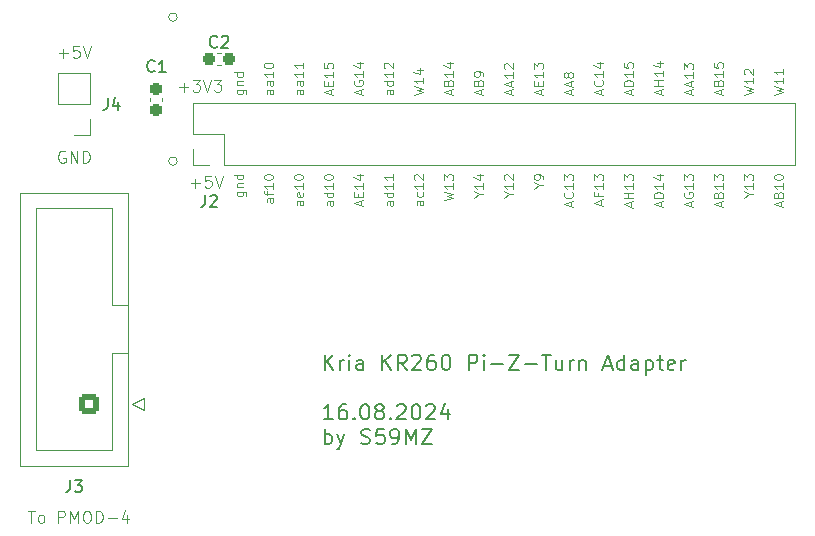
<source format=gto>
G04 #@! TF.GenerationSoftware,KiCad,Pcbnew,7.0.11-7.0.11~ubuntu20.04.1*
G04 #@! TF.CreationDate,2024-08-17T18:13:06+02:00*
G04 #@! TF.ProjectId,kicad-kria-pi4-ext,6b696361-642d-46b7-9269-612d7069342d,1.0*
G04 #@! TF.SameCoordinates,Original*
G04 #@! TF.FileFunction,Legend,Top*
G04 #@! TF.FilePolarity,Positive*
%FSLAX46Y46*%
G04 Gerber Fmt 4.6, Leading zero omitted, Abs format (unit mm)*
G04 Created by KiCad (PCBNEW 7.0.11-7.0.11~ubuntu20.04.1) date 2024-08-17 18:13:06*
%MOMM*%
%LPD*%
G01*
G04 APERTURE LIST*
G04 Aperture macros list*
%AMRoundRect*
0 Rectangle with rounded corners*
0 $1 Rounding radius*
0 $2 $3 $4 $5 $6 $7 $8 $9 X,Y pos of 4 corners*
0 Add a 4 corners polygon primitive as box body*
4,1,4,$2,$3,$4,$5,$6,$7,$8,$9,$2,$3,0*
0 Add four circle primitives for the rounded corners*
1,1,$1+$1,$2,$3*
1,1,$1+$1,$4,$5*
1,1,$1+$1,$6,$7*
1,1,$1+$1,$8,$9*
0 Add four rect primitives between the rounded corners*
20,1,$1+$1,$2,$3,$4,$5,0*
20,1,$1+$1,$4,$5,$6,$7,0*
20,1,$1+$1,$6,$7,$8,$9,0*
20,1,$1+$1,$8,$9,$2,$3,0*%
G04 Aperture macros list end*
%ADD10C,0.100000*%
%ADD11C,0.130000*%
%ADD12C,0.150000*%
%ADD13C,0.120000*%
%ADD14RoundRect,0.237500X-0.300000X-0.237500X0.300000X-0.237500X0.300000X0.237500X-0.300000X0.237500X0*%
%ADD15C,2.500000*%
%ADD16RoundRect,0.237500X-0.237500X0.300000X-0.237500X-0.300000X0.237500X-0.300000X0.237500X0.300000X0*%
%ADD17R,1.700000X1.700000*%
%ADD18O,1.700000X1.700000*%
%ADD19RoundRect,0.250000X0.600000X0.600000X-0.600000X0.600000X-0.600000X-0.600000X0.600000X-0.600000X0*%
%ADD20C,1.700000*%
G04 APERTURE END LIST*
D10*
X103971561Y-67108885D02*
X104619180Y-67108885D01*
X104619180Y-67108885D02*
X104695371Y-67146980D01*
X104695371Y-67146980D02*
X104733466Y-67185076D01*
X104733466Y-67185076D02*
X104771561Y-67261266D01*
X104771561Y-67261266D02*
X104771561Y-67375552D01*
X104771561Y-67375552D02*
X104733466Y-67451742D01*
X104466800Y-67108885D02*
X104504895Y-67185076D01*
X104504895Y-67185076D02*
X104504895Y-67337457D01*
X104504895Y-67337457D02*
X104466800Y-67413647D01*
X104466800Y-67413647D02*
X104428704Y-67451742D01*
X104428704Y-67451742D02*
X104352514Y-67489838D01*
X104352514Y-67489838D02*
X104123942Y-67489838D01*
X104123942Y-67489838D02*
X104047752Y-67451742D01*
X104047752Y-67451742D02*
X104009657Y-67413647D01*
X104009657Y-67413647D02*
X103971561Y-67337457D01*
X103971561Y-67337457D02*
X103971561Y-67185076D01*
X103971561Y-67185076D02*
X104009657Y-67108885D01*
X103971561Y-66727932D02*
X104504895Y-66727932D01*
X104047752Y-66727932D02*
X104009657Y-66689837D01*
X104009657Y-66689837D02*
X103971561Y-66613647D01*
X103971561Y-66613647D02*
X103971561Y-66499361D01*
X103971561Y-66499361D02*
X104009657Y-66423170D01*
X104009657Y-66423170D02*
X104085847Y-66385075D01*
X104085847Y-66385075D02*
X104504895Y-66385075D01*
X104504895Y-65661265D02*
X103704895Y-65661265D01*
X104466800Y-65661265D02*
X104504895Y-65737456D01*
X104504895Y-65737456D02*
X104504895Y-65889837D01*
X104504895Y-65889837D02*
X104466800Y-65966027D01*
X104466800Y-65966027D02*
X104428704Y-66004122D01*
X104428704Y-66004122D02*
X104352514Y-66042218D01*
X104352514Y-66042218D02*
X104123942Y-66042218D01*
X104123942Y-66042218D02*
X104047752Y-66004122D01*
X104047752Y-66004122D02*
X104009657Y-65966027D01*
X104009657Y-65966027D02*
X103971561Y-65889837D01*
X103971561Y-65889837D02*
X103971561Y-65737456D01*
X103971561Y-65737456D02*
X104009657Y-65661265D01*
X103971561Y-58455877D02*
X104619180Y-58455877D01*
X104619180Y-58455877D02*
X104695371Y-58493972D01*
X104695371Y-58493972D02*
X104733466Y-58532068D01*
X104733466Y-58532068D02*
X104771561Y-58608258D01*
X104771561Y-58608258D02*
X104771561Y-58722544D01*
X104771561Y-58722544D02*
X104733466Y-58798734D01*
X104466800Y-58455877D02*
X104504895Y-58532068D01*
X104504895Y-58532068D02*
X104504895Y-58684449D01*
X104504895Y-58684449D02*
X104466800Y-58760639D01*
X104466800Y-58760639D02*
X104428704Y-58798734D01*
X104428704Y-58798734D02*
X104352514Y-58836830D01*
X104352514Y-58836830D02*
X104123942Y-58836830D01*
X104123942Y-58836830D02*
X104047752Y-58798734D01*
X104047752Y-58798734D02*
X104009657Y-58760639D01*
X104009657Y-58760639D02*
X103971561Y-58684449D01*
X103971561Y-58684449D02*
X103971561Y-58532068D01*
X103971561Y-58532068D02*
X104009657Y-58455877D01*
X103971561Y-58074924D02*
X104504895Y-58074924D01*
X104047752Y-58074924D02*
X104009657Y-58036829D01*
X104009657Y-58036829D02*
X103971561Y-57960639D01*
X103971561Y-57960639D02*
X103971561Y-57846353D01*
X103971561Y-57846353D02*
X104009657Y-57770162D01*
X104009657Y-57770162D02*
X104085847Y-57732067D01*
X104085847Y-57732067D02*
X104504895Y-57732067D01*
X104504895Y-57008257D02*
X103704895Y-57008257D01*
X104466800Y-57008257D02*
X104504895Y-57084448D01*
X104504895Y-57084448D02*
X104504895Y-57236829D01*
X104504895Y-57236829D02*
X104466800Y-57313019D01*
X104466800Y-57313019D02*
X104428704Y-57351114D01*
X104428704Y-57351114D02*
X104352514Y-57389210D01*
X104352514Y-57389210D02*
X104123942Y-57389210D01*
X104123942Y-57389210D02*
X104047752Y-57351114D01*
X104047752Y-57351114D02*
X104009657Y-57313019D01*
X104009657Y-57313019D02*
X103971561Y-57236829D01*
X103971561Y-57236829D02*
X103971561Y-57084448D01*
X103971561Y-57084448D02*
X104009657Y-57008257D01*
X98911210Y-64516000D02*
G75*
G03*
X98192790Y-64516000I-359210J0D01*
G01*
X98192790Y-64516000D02*
G75*
G03*
X98911210Y-64516000I359210J0D01*
G01*
X98911210Y-52324000D02*
G75*
G03*
X98192790Y-52324000I-359210J0D01*
G01*
X98192790Y-52324000D02*
G75*
G03*
X98911210Y-52324000I359210J0D01*
G01*
X107044895Y-67642218D02*
X106625847Y-67642218D01*
X106625847Y-67642218D02*
X106549657Y-67680313D01*
X106549657Y-67680313D02*
X106511561Y-67756504D01*
X106511561Y-67756504D02*
X106511561Y-67908885D01*
X106511561Y-67908885D02*
X106549657Y-67985075D01*
X107006800Y-67642218D02*
X107044895Y-67718409D01*
X107044895Y-67718409D02*
X107044895Y-67908885D01*
X107044895Y-67908885D02*
X107006800Y-67985075D01*
X107006800Y-67985075D02*
X106930609Y-68023171D01*
X106930609Y-68023171D02*
X106854419Y-68023171D01*
X106854419Y-68023171D02*
X106778228Y-67985075D01*
X106778228Y-67985075D02*
X106740133Y-67908885D01*
X106740133Y-67908885D02*
X106740133Y-67718409D01*
X106740133Y-67718409D02*
X106702038Y-67642218D01*
X106511561Y-67375551D02*
X106511561Y-67070789D01*
X107044895Y-67261265D02*
X106359180Y-67261265D01*
X106359180Y-67261265D02*
X106282990Y-67223170D01*
X106282990Y-67223170D02*
X106244895Y-67146980D01*
X106244895Y-67146980D02*
X106244895Y-67070789D01*
X107044895Y-66385075D02*
X107044895Y-66842218D01*
X107044895Y-66613646D02*
X106244895Y-66613646D01*
X106244895Y-66613646D02*
X106359180Y-66689837D01*
X106359180Y-66689837D02*
X106435371Y-66766027D01*
X106435371Y-66766027D02*
X106473466Y-66842218D01*
X106244895Y-65889836D02*
X106244895Y-65813646D01*
X106244895Y-65813646D02*
X106282990Y-65737455D01*
X106282990Y-65737455D02*
X106321085Y-65699360D01*
X106321085Y-65699360D02*
X106397276Y-65661265D01*
X106397276Y-65661265D02*
X106549657Y-65623170D01*
X106549657Y-65623170D02*
X106740133Y-65623170D01*
X106740133Y-65623170D02*
X106892514Y-65661265D01*
X106892514Y-65661265D02*
X106968704Y-65699360D01*
X106968704Y-65699360D02*
X107006800Y-65737455D01*
X107006800Y-65737455D02*
X107044895Y-65813646D01*
X107044895Y-65813646D02*
X107044895Y-65889836D01*
X107044895Y-65889836D02*
X107006800Y-65966027D01*
X107006800Y-65966027D02*
X106968704Y-66004122D01*
X106968704Y-66004122D02*
X106892514Y-66042217D01*
X106892514Y-66042217D02*
X106740133Y-66080313D01*
X106740133Y-66080313D02*
X106549657Y-66080313D01*
X106549657Y-66080313D02*
X106397276Y-66042217D01*
X106397276Y-66042217D02*
X106321085Y-66004122D01*
X106321085Y-66004122D02*
X106282990Y-65966027D01*
X106282990Y-65966027D02*
X106244895Y-65889836D01*
X114436323Y-68251742D02*
X114436323Y-67870789D01*
X114664895Y-68327932D02*
X113864895Y-68061265D01*
X113864895Y-68061265D02*
X114664895Y-67794599D01*
X114245847Y-67527932D02*
X114245847Y-67261266D01*
X114664895Y-67146980D02*
X114664895Y-67527932D01*
X114664895Y-67527932D02*
X113864895Y-67527932D01*
X113864895Y-67527932D02*
X113864895Y-67146980D01*
X114664895Y-66385075D02*
X114664895Y-66842218D01*
X114664895Y-66613646D02*
X113864895Y-66613646D01*
X113864895Y-66613646D02*
X113979180Y-66689837D01*
X113979180Y-66689837D02*
X114055371Y-66766027D01*
X114055371Y-66766027D02*
X114093466Y-66842218D01*
X114131561Y-65699360D02*
X114664895Y-65699360D01*
X113826800Y-65889836D02*
X114398228Y-66080313D01*
X114398228Y-66080313D02*
X114398228Y-65585074D01*
X129676323Y-58836830D02*
X129676323Y-58455877D01*
X129904895Y-58913020D02*
X129104895Y-58646353D01*
X129104895Y-58646353D02*
X129904895Y-58379687D01*
X129485847Y-58113020D02*
X129485847Y-57846354D01*
X129904895Y-57732068D02*
X129904895Y-58113020D01*
X129904895Y-58113020D02*
X129104895Y-58113020D01*
X129104895Y-58113020D02*
X129104895Y-57732068D01*
X129904895Y-56970163D02*
X129904895Y-57427306D01*
X129904895Y-57198734D02*
X129104895Y-57198734D01*
X129104895Y-57198734D02*
X129219180Y-57274925D01*
X129219180Y-57274925D02*
X129295371Y-57351115D01*
X129295371Y-57351115D02*
X129333466Y-57427306D01*
X129104895Y-56703496D02*
X129104895Y-56208258D01*
X129104895Y-56208258D02*
X129409657Y-56474924D01*
X129409657Y-56474924D02*
X129409657Y-56360639D01*
X129409657Y-56360639D02*
X129447752Y-56284448D01*
X129447752Y-56284448D02*
X129485847Y-56246353D01*
X129485847Y-56246353D02*
X129562038Y-56208258D01*
X129562038Y-56208258D02*
X129752514Y-56208258D01*
X129752514Y-56208258D02*
X129828704Y-56246353D01*
X129828704Y-56246353D02*
X129866800Y-56284448D01*
X129866800Y-56284448D02*
X129904895Y-56360639D01*
X129904895Y-56360639D02*
X129904895Y-56589210D01*
X129904895Y-56589210D02*
X129866800Y-56665401D01*
X129866800Y-56665401D02*
X129828704Y-56703496D01*
X132216323Y-58836830D02*
X132216323Y-58455877D01*
X132444895Y-58913020D02*
X131644895Y-58646353D01*
X131644895Y-58646353D02*
X132444895Y-58379687D01*
X132216323Y-58151116D02*
X132216323Y-57770163D01*
X132444895Y-58227306D02*
X131644895Y-57960639D01*
X131644895Y-57960639D02*
X132444895Y-57693973D01*
X131987752Y-57313021D02*
X131949657Y-57389211D01*
X131949657Y-57389211D02*
X131911561Y-57427306D01*
X131911561Y-57427306D02*
X131835371Y-57465402D01*
X131835371Y-57465402D02*
X131797276Y-57465402D01*
X131797276Y-57465402D02*
X131721085Y-57427306D01*
X131721085Y-57427306D02*
X131682990Y-57389211D01*
X131682990Y-57389211D02*
X131644895Y-57313021D01*
X131644895Y-57313021D02*
X131644895Y-57160640D01*
X131644895Y-57160640D02*
X131682990Y-57084449D01*
X131682990Y-57084449D02*
X131721085Y-57046354D01*
X131721085Y-57046354D02*
X131797276Y-57008259D01*
X131797276Y-57008259D02*
X131835371Y-57008259D01*
X131835371Y-57008259D02*
X131911561Y-57046354D01*
X131911561Y-57046354D02*
X131949657Y-57084449D01*
X131949657Y-57084449D02*
X131987752Y-57160640D01*
X131987752Y-57160640D02*
X131987752Y-57313021D01*
X131987752Y-57313021D02*
X132025847Y-57389211D01*
X132025847Y-57389211D02*
X132063942Y-57427306D01*
X132063942Y-57427306D02*
X132140133Y-57465402D01*
X132140133Y-57465402D02*
X132292514Y-57465402D01*
X132292514Y-57465402D02*
X132368704Y-57427306D01*
X132368704Y-57427306D02*
X132406800Y-57389211D01*
X132406800Y-57389211D02*
X132444895Y-57313021D01*
X132444895Y-57313021D02*
X132444895Y-57160640D01*
X132444895Y-57160640D02*
X132406800Y-57084449D01*
X132406800Y-57084449D02*
X132368704Y-57046354D01*
X132368704Y-57046354D02*
X132292514Y-57008259D01*
X132292514Y-57008259D02*
X132140133Y-57008259D01*
X132140133Y-57008259D02*
X132063942Y-57046354D01*
X132063942Y-57046354D02*
X132025847Y-57084449D01*
X132025847Y-57084449D02*
X131987752Y-57160640D01*
X100060286Y-66370466D02*
X100822191Y-66370466D01*
X100441238Y-66751419D02*
X100441238Y-65989514D01*
X101774571Y-65751419D02*
X101298381Y-65751419D01*
X101298381Y-65751419D02*
X101250762Y-66227609D01*
X101250762Y-66227609D02*
X101298381Y-66179990D01*
X101298381Y-66179990D02*
X101393619Y-66132371D01*
X101393619Y-66132371D02*
X101631714Y-66132371D01*
X101631714Y-66132371D02*
X101726952Y-66179990D01*
X101726952Y-66179990D02*
X101774571Y-66227609D01*
X101774571Y-66227609D02*
X101822190Y-66322847D01*
X101822190Y-66322847D02*
X101822190Y-66560942D01*
X101822190Y-66560942D02*
X101774571Y-66656180D01*
X101774571Y-66656180D02*
X101726952Y-66703800D01*
X101726952Y-66703800D02*
X101631714Y-66751419D01*
X101631714Y-66751419D02*
X101393619Y-66751419D01*
X101393619Y-66751419D02*
X101298381Y-66703800D01*
X101298381Y-66703800D02*
X101250762Y-66656180D01*
X102107905Y-65751419D02*
X102441238Y-66751419D01*
X102441238Y-66751419D02*
X102774571Y-65751419D01*
X124596323Y-58836830D02*
X124596323Y-58455877D01*
X124824895Y-58913020D02*
X124024895Y-58646353D01*
X124024895Y-58646353D02*
X124824895Y-58379687D01*
X124405847Y-57846354D02*
X124443942Y-57732068D01*
X124443942Y-57732068D02*
X124482038Y-57693973D01*
X124482038Y-57693973D02*
X124558228Y-57655877D01*
X124558228Y-57655877D02*
X124672514Y-57655877D01*
X124672514Y-57655877D02*
X124748704Y-57693973D01*
X124748704Y-57693973D02*
X124786800Y-57732068D01*
X124786800Y-57732068D02*
X124824895Y-57808258D01*
X124824895Y-57808258D02*
X124824895Y-58113020D01*
X124824895Y-58113020D02*
X124024895Y-58113020D01*
X124024895Y-58113020D02*
X124024895Y-57846354D01*
X124024895Y-57846354D02*
X124062990Y-57770163D01*
X124062990Y-57770163D02*
X124101085Y-57732068D01*
X124101085Y-57732068D02*
X124177276Y-57693973D01*
X124177276Y-57693973D02*
X124253466Y-57693973D01*
X124253466Y-57693973D02*
X124329657Y-57732068D01*
X124329657Y-57732068D02*
X124367752Y-57770163D01*
X124367752Y-57770163D02*
X124405847Y-57846354D01*
X124405847Y-57846354D02*
X124405847Y-58113020D01*
X124824895Y-57274925D02*
X124824895Y-57122544D01*
X124824895Y-57122544D02*
X124786800Y-57046354D01*
X124786800Y-57046354D02*
X124748704Y-57008258D01*
X124748704Y-57008258D02*
X124634419Y-56932068D01*
X124634419Y-56932068D02*
X124482038Y-56893973D01*
X124482038Y-56893973D02*
X124177276Y-56893973D01*
X124177276Y-56893973D02*
X124101085Y-56932068D01*
X124101085Y-56932068D02*
X124062990Y-56970163D01*
X124062990Y-56970163D02*
X124024895Y-57046354D01*
X124024895Y-57046354D02*
X124024895Y-57198735D01*
X124024895Y-57198735D02*
X124062990Y-57274925D01*
X124062990Y-57274925D02*
X124101085Y-57313020D01*
X124101085Y-57313020D02*
X124177276Y-57351116D01*
X124177276Y-57351116D02*
X124367752Y-57351116D01*
X124367752Y-57351116D02*
X124443942Y-57313020D01*
X124443942Y-57313020D02*
X124482038Y-57274925D01*
X124482038Y-57274925D02*
X124520133Y-57198735D01*
X124520133Y-57198735D02*
X124520133Y-57046354D01*
X124520133Y-57046354D02*
X124482038Y-56970163D01*
X124482038Y-56970163D02*
X124443942Y-56932068D01*
X124443942Y-56932068D02*
X124367752Y-56893973D01*
X144916323Y-58836830D02*
X144916323Y-58455877D01*
X145144895Y-58913020D02*
X144344895Y-58646353D01*
X144344895Y-58646353D02*
X145144895Y-58379687D01*
X144725847Y-57846354D02*
X144763942Y-57732068D01*
X144763942Y-57732068D02*
X144802038Y-57693973D01*
X144802038Y-57693973D02*
X144878228Y-57655877D01*
X144878228Y-57655877D02*
X144992514Y-57655877D01*
X144992514Y-57655877D02*
X145068704Y-57693973D01*
X145068704Y-57693973D02*
X145106800Y-57732068D01*
X145106800Y-57732068D02*
X145144895Y-57808258D01*
X145144895Y-57808258D02*
X145144895Y-58113020D01*
X145144895Y-58113020D02*
X144344895Y-58113020D01*
X144344895Y-58113020D02*
X144344895Y-57846354D01*
X144344895Y-57846354D02*
X144382990Y-57770163D01*
X144382990Y-57770163D02*
X144421085Y-57732068D01*
X144421085Y-57732068D02*
X144497276Y-57693973D01*
X144497276Y-57693973D02*
X144573466Y-57693973D01*
X144573466Y-57693973D02*
X144649657Y-57732068D01*
X144649657Y-57732068D02*
X144687752Y-57770163D01*
X144687752Y-57770163D02*
X144725847Y-57846354D01*
X144725847Y-57846354D02*
X144725847Y-58113020D01*
X145144895Y-56893973D02*
X145144895Y-57351116D01*
X145144895Y-57122544D02*
X144344895Y-57122544D01*
X144344895Y-57122544D02*
X144459180Y-57198735D01*
X144459180Y-57198735D02*
X144535371Y-57274925D01*
X144535371Y-57274925D02*
X144573466Y-57351116D01*
X144344895Y-56170163D02*
X144344895Y-56551115D01*
X144344895Y-56551115D02*
X144725847Y-56589211D01*
X144725847Y-56589211D02*
X144687752Y-56551115D01*
X144687752Y-56551115D02*
X144649657Y-56474925D01*
X144649657Y-56474925D02*
X144649657Y-56284449D01*
X144649657Y-56284449D02*
X144687752Y-56208258D01*
X144687752Y-56208258D02*
X144725847Y-56170163D01*
X144725847Y-56170163D02*
X144802038Y-56132068D01*
X144802038Y-56132068D02*
X144992514Y-56132068D01*
X144992514Y-56132068D02*
X145068704Y-56170163D01*
X145068704Y-56170163D02*
X145106800Y-56208258D01*
X145106800Y-56208258D02*
X145144895Y-56284449D01*
X145144895Y-56284449D02*
X145144895Y-56474925D01*
X145144895Y-56474925D02*
X145106800Y-56551115D01*
X145106800Y-56551115D02*
X145068704Y-56589211D01*
X117204895Y-67908885D02*
X116785847Y-67908885D01*
X116785847Y-67908885D02*
X116709657Y-67946980D01*
X116709657Y-67946980D02*
X116671561Y-68023171D01*
X116671561Y-68023171D02*
X116671561Y-68175552D01*
X116671561Y-68175552D02*
X116709657Y-68251742D01*
X117166800Y-67908885D02*
X117204895Y-67985076D01*
X117204895Y-67985076D02*
X117204895Y-68175552D01*
X117204895Y-68175552D02*
X117166800Y-68251742D01*
X117166800Y-68251742D02*
X117090609Y-68289838D01*
X117090609Y-68289838D02*
X117014419Y-68289838D01*
X117014419Y-68289838D02*
X116938228Y-68251742D01*
X116938228Y-68251742D02*
X116900133Y-68175552D01*
X116900133Y-68175552D02*
X116900133Y-67985076D01*
X116900133Y-67985076D02*
X116862038Y-67908885D01*
X117204895Y-67185075D02*
X116404895Y-67185075D01*
X117166800Y-67185075D02*
X117204895Y-67261266D01*
X117204895Y-67261266D02*
X117204895Y-67413647D01*
X117204895Y-67413647D02*
X117166800Y-67489837D01*
X117166800Y-67489837D02*
X117128704Y-67527932D01*
X117128704Y-67527932D02*
X117052514Y-67566028D01*
X117052514Y-67566028D02*
X116823942Y-67566028D01*
X116823942Y-67566028D02*
X116747752Y-67527932D01*
X116747752Y-67527932D02*
X116709657Y-67489837D01*
X116709657Y-67489837D02*
X116671561Y-67413647D01*
X116671561Y-67413647D02*
X116671561Y-67261266D01*
X116671561Y-67261266D02*
X116709657Y-67185075D01*
X117204895Y-66385075D02*
X117204895Y-66842218D01*
X117204895Y-66613646D02*
X116404895Y-66613646D01*
X116404895Y-66613646D02*
X116519180Y-66689837D01*
X116519180Y-66689837D02*
X116595371Y-66766027D01*
X116595371Y-66766027D02*
X116633466Y-66842218D01*
X117204895Y-65623170D02*
X117204895Y-66080313D01*
X117204895Y-65851741D02*
X116404895Y-65851741D01*
X116404895Y-65851741D02*
X116519180Y-65927932D01*
X116519180Y-65927932D02*
X116595371Y-66004122D01*
X116595371Y-66004122D02*
X116633466Y-66080313D01*
X134756323Y-68213646D02*
X134756323Y-67832693D01*
X134984895Y-68289836D02*
X134184895Y-68023169D01*
X134184895Y-68023169D02*
X134984895Y-67756503D01*
X134565847Y-67223170D02*
X134565847Y-67489836D01*
X134984895Y-67489836D02*
X134184895Y-67489836D01*
X134184895Y-67489836D02*
X134184895Y-67108884D01*
X134984895Y-66385075D02*
X134984895Y-66842218D01*
X134984895Y-66613646D02*
X134184895Y-66613646D01*
X134184895Y-66613646D02*
X134299180Y-66689837D01*
X134299180Y-66689837D02*
X134375371Y-66766027D01*
X134375371Y-66766027D02*
X134413466Y-66842218D01*
X134184895Y-66118408D02*
X134184895Y-65623170D01*
X134184895Y-65623170D02*
X134489657Y-65889836D01*
X134489657Y-65889836D02*
X134489657Y-65775551D01*
X134489657Y-65775551D02*
X134527752Y-65699360D01*
X134527752Y-65699360D02*
X134565847Y-65661265D01*
X134565847Y-65661265D02*
X134642038Y-65623170D01*
X134642038Y-65623170D02*
X134832514Y-65623170D01*
X134832514Y-65623170D02*
X134908704Y-65661265D01*
X134908704Y-65661265D02*
X134946800Y-65699360D01*
X134946800Y-65699360D02*
X134984895Y-65775551D01*
X134984895Y-65775551D02*
X134984895Y-66004122D01*
X134984895Y-66004122D02*
X134946800Y-66080313D01*
X134946800Y-66080313D02*
X134908704Y-66118408D01*
X121484895Y-67794599D02*
X122284895Y-67604123D01*
X122284895Y-67604123D02*
X121713466Y-67451742D01*
X121713466Y-67451742D02*
X122284895Y-67299361D01*
X122284895Y-67299361D02*
X121484895Y-67108885D01*
X122284895Y-66385075D02*
X122284895Y-66842218D01*
X122284895Y-66613646D02*
X121484895Y-66613646D01*
X121484895Y-66613646D02*
X121599180Y-66689837D01*
X121599180Y-66689837D02*
X121675371Y-66766027D01*
X121675371Y-66766027D02*
X121713466Y-66842218D01*
X121484895Y-66118408D02*
X121484895Y-65623170D01*
X121484895Y-65623170D02*
X121789657Y-65889836D01*
X121789657Y-65889836D02*
X121789657Y-65775551D01*
X121789657Y-65775551D02*
X121827752Y-65699360D01*
X121827752Y-65699360D02*
X121865847Y-65661265D01*
X121865847Y-65661265D02*
X121942038Y-65623170D01*
X121942038Y-65623170D02*
X122132514Y-65623170D01*
X122132514Y-65623170D02*
X122208704Y-65661265D01*
X122208704Y-65661265D02*
X122246800Y-65699360D01*
X122246800Y-65699360D02*
X122284895Y-65775551D01*
X122284895Y-65775551D02*
X122284895Y-66004122D01*
X122284895Y-66004122D02*
X122246800Y-66080313D01*
X122246800Y-66080313D02*
X122208704Y-66118408D01*
X109584895Y-67870789D02*
X109165847Y-67870789D01*
X109165847Y-67870789D02*
X109089657Y-67908884D01*
X109089657Y-67908884D02*
X109051561Y-67985075D01*
X109051561Y-67985075D02*
X109051561Y-68137456D01*
X109051561Y-68137456D02*
X109089657Y-68213646D01*
X109546800Y-67870789D02*
X109584895Y-67946980D01*
X109584895Y-67946980D02*
X109584895Y-68137456D01*
X109584895Y-68137456D02*
X109546800Y-68213646D01*
X109546800Y-68213646D02*
X109470609Y-68251742D01*
X109470609Y-68251742D02*
X109394419Y-68251742D01*
X109394419Y-68251742D02*
X109318228Y-68213646D01*
X109318228Y-68213646D02*
X109280133Y-68137456D01*
X109280133Y-68137456D02*
X109280133Y-67946980D01*
X109280133Y-67946980D02*
X109242038Y-67870789D01*
X109546800Y-67185074D02*
X109584895Y-67261265D01*
X109584895Y-67261265D02*
X109584895Y-67413646D01*
X109584895Y-67413646D02*
X109546800Y-67489836D01*
X109546800Y-67489836D02*
X109470609Y-67527932D01*
X109470609Y-67527932D02*
X109165847Y-67527932D01*
X109165847Y-67527932D02*
X109089657Y-67489836D01*
X109089657Y-67489836D02*
X109051561Y-67413646D01*
X109051561Y-67413646D02*
X109051561Y-67261265D01*
X109051561Y-67261265D02*
X109089657Y-67185074D01*
X109089657Y-67185074D02*
X109165847Y-67146979D01*
X109165847Y-67146979D02*
X109242038Y-67146979D01*
X109242038Y-67146979D02*
X109318228Y-67527932D01*
X109584895Y-66385075D02*
X109584895Y-66842218D01*
X109584895Y-66613646D02*
X108784895Y-66613646D01*
X108784895Y-66613646D02*
X108899180Y-66689837D01*
X108899180Y-66689837D02*
X108975371Y-66766027D01*
X108975371Y-66766027D02*
X109013466Y-66842218D01*
X108784895Y-65889836D02*
X108784895Y-65813646D01*
X108784895Y-65813646D02*
X108822990Y-65737455D01*
X108822990Y-65737455D02*
X108861085Y-65699360D01*
X108861085Y-65699360D02*
X108937276Y-65661265D01*
X108937276Y-65661265D02*
X109089657Y-65623170D01*
X109089657Y-65623170D02*
X109280133Y-65623170D01*
X109280133Y-65623170D02*
X109432514Y-65661265D01*
X109432514Y-65661265D02*
X109508704Y-65699360D01*
X109508704Y-65699360D02*
X109546800Y-65737455D01*
X109546800Y-65737455D02*
X109584895Y-65813646D01*
X109584895Y-65813646D02*
X109584895Y-65889836D01*
X109584895Y-65889836D02*
X109546800Y-65966027D01*
X109546800Y-65966027D02*
X109508704Y-66004122D01*
X109508704Y-66004122D02*
X109432514Y-66042217D01*
X109432514Y-66042217D02*
X109280133Y-66080313D01*
X109280133Y-66080313D02*
X109089657Y-66080313D01*
X109089657Y-66080313D02*
X108937276Y-66042217D01*
X108937276Y-66042217D02*
X108861085Y-66004122D01*
X108861085Y-66004122D02*
X108822990Y-65966027D01*
X108822990Y-65966027D02*
X108784895Y-65889836D01*
D11*
X111393049Y-82201144D02*
X111393049Y-80901144D01*
X112135906Y-82201144D02*
X111578764Y-81458287D01*
X112135906Y-80901144D02*
X111393049Y-81644001D01*
X112693049Y-82201144D02*
X112693049Y-81334478D01*
X112693049Y-81582097D02*
X112754954Y-81458287D01*
X112754954Y-81458287D02*
X112816859Y-81396382D01*
X112816859Y-81396382D02*
X112940668Y-81334478D01*
X112940668Y-81334478D02*
X113064478Y-81334478D01*
X113497811Y-82201144D02*
X113497811Y-81334478D01*
X113497811Y-80901144D02*
X113435907Y-80963049D01*
X113435907Y-80963049D02*
X113497811Y-81024954D01*
X113497811Y-81024954D02*
X113559716Y-80963049D01*
X113559716Y-80963049D02*
X113497811Y-80901144D01*
X113497811Y-80901144D02*
X113497811Y-81024954D01*
X114674002Y-82201144D02*
X114674002Y-81520192D01*
X114674002Y-81520192D02*
X114612097Y-81396382D01*
X114612097Y-81396382D02*
X114488288Y-81334478D01*
X114488288Y-81334478D02*
X114240669Y-81334478D01*
X114240669Y-81334478D02*
X114116859Y-81396382D01*
X114674002Y-82139240D02*
X114550193Y-82201144D01*
X114550193Y-82201144D02*
X114240669Y-82201144D01*
X114240669Y-82201144D02*
X114116859Y-82139240D01*
X114116859Y-82139240D02*
X114054955Y-82015430D01*
X114054955Y-82015430D02*
X114054955Y-81891620D01*
X114054955Y-81891620D02*
X114116859Y-81767811D01*
X114116859Y-81767811D02*
X114240669Y-81705906D01*
X114240669Y-81705906D02*
X114550193Y-81705906D01*
X114550193Y-81705906D02*
X114674002Y-81644001D01*
X116283525Y-82201144D02*
X116283525Y-80901144D01*
X117026382Y-82201144D02*
X116469240Y-81458287D01*
X117026382Y-80901144D02*
X116283525Y-81644001D01*
X118326382Y-82201144D02*
X117893049Y-81582097D01*
X117583525Y-82201144D02*
X117583525Y-80901144D01*
X117583525Y-80901144D02*
X118078763Y-80901144D01*
X118078763Y-80901144D02*
X118202573Y-80963049D01*
X118202573Y-80963049D02*
X118264478Y-81024954D01*
X118264478Y-81024954D02*
X118326382Y-81148763D01*
X118326382Y-81148763D02*
X118326382Y-81334478D01*
X118326382Y-81334478D02*
X118264478Y-81458287D01*
X118264478Y-81458287D02*
X118202573Y-81520192D01*
X118202573Y-81520192D02*
X118078763Y-81582097D01*
X118078763Y-81582097D02*
X117583525Y-81582097D01*
X118821621Y-81024954D02*
X118883525Y-80963049D01*
X118883525Y-80963049D02*
X119007335Y-80901144D01*
X119007335Y-80901144D02*
X119316859Y-80901144D01*
X119316859Y-80901144D02*
X119440668Y-80963049D01*
X119440668Y-80963049D02*
X119502573Y-81024954D01*
X119502573Y-81024954D02*
X119564478Y-81148763D01*
X119564478Y-81148763D02*
X119564478Y-81272573D01*
X119564478Y-81272573D02*
X119502573Y-81458287D01*
X119502573Y-81458287D02*
X118759716Y-82201144D01*
X118759716Y-82201144D02*
X119564478Y-82201144D01*
X120678763Y-80901144D02*
X120431144Y-80901144D01*
X120431144Y-80901144D02*
X120307335Y-80963049D01*
X120307335Y-80963049D02*
X120245430Y-81024954D01*
X120245430Y-81024954D02*
X120121620Y-81210668D01*
X120121620Y-81210668D02*
X120059716Y-81458287D01*
X120059716Y-81458287D02*
X120059716Y-81953525D01*
X120059716Y-81953525D02*
X120121620Y-82077335D01*
X120121620Y-82077335D02*
X120183525Y-82139240D01*
X120183525Y-82139240D02*
X120307335Y-82201144D01*
X120307335Y-82201144D02*
X120554954Y-82201144D01*
X120554954Y-82201144D02*
X120678763Y-82139240D01*
X120678763Y-82139240D02*
X120740668Y-82077335D01*
X120740668Y-82077335D02*
X120802573Y-81953525D01*
X120802573Y-81953525D02*
X120802573Y-81644001D01*
X120802573Y-81644001D02*
X120740668Y-81520192D01*
X120740668Y-81520192D02*
X120678763Y-81458287D01*
X120678763Y-81458287D02*
X120554954Y-81396382D01*
X120554954Y-81396382D02*
X120307335Y-81396382D01*
X120307335Y-81396382D02*
X120183525Y-81458287D01*
X120183525Y-81458287D02*
X120121620Y-81520192D01*
X120121620Y-81520192D02*
X120059716Y-81644001D01*
X121607334Y-80901144D02*
X121731144Y-80901144D01*
X121731144Y-80901144D02*
X121854953Y-80963049D01*
X121854953Y-80963049D02*
X121916858Y-81024954D01*
X121916858Y-81024954D02*
X121978763Y-81148763D01*
X121978763Y-81148763D02*
X122040668Y-81396382D01*
X122040668Y-81396382D02*
X122040668Y-81705906D01*
X122040668Y-81705906D02*
X121978763Y-81953525D01*
X121978763Y-81953525D02*
X121916858Y-82077335D01*
X121916858Y-82077335D02*
X121854953Y-82139240D01*
X121854953Y-82139240D02*
X121731144Y-82201144D01*
X121731144Y-82201144D02*
X121607334Y-82201144D01*
X121607334Y-82201144D02*
X121483525Y-82139240D01*
X121483525Y-82139240D02*
X121421620Y-82077335D01*
X121421620Y-82077335D02*
X121359715Y-81953525D01*
X121359715Y-81953525D02*
X121297811Y-81705906D01*
X121297811Y-81705906D02*
X121297811Y-81396382D01*
X121297811Y-81396382D02*
X121359715Y-81148763D01*
X121359715Y-81148763D02*
X121421620Y-81024954D01*
X121421620Y-81024954D02*
X121483525Y-80963049D01*
X121483525Y-80963049D02*
X121607334Y-80901144D01*
X123588286Y-82201144D02*
X123588286Y-80901144D01*
X123588286Y-80901144D02*
X124083524Y-80901144D01*
X124083524Y-80901144D02*
X124207334Y-80963049D01*
X124207334Y-80963049D02*
X124269239Y-81024954D01*
X124269239Y-81024954D02*
X124331143Y-81148763D01*
X124331143Y-81148763D02*
X124331143Y-81334478D01*
X124331143Y-81334478D02*
X124269239Y-81458287D01*
X124269239Y-81458287D02*
X124207334Y-81520192D01*
X124207334Y-81520192D02*
X124083524Y-81582097D01*
X124083524Y-81582097D02*
X123588286Y-81582097D01*
X124888286Y-82201144D02*
X124888286Y-81334478D01*
X124888286Y-80901144D02*
X124826382Y-80963049D01*
X124826382Y-80963049D02*
X124888286Y-81024954D01*
X124888286Y-81024954D02*
X124950191Y-80963049D01*
X124950191Y-80963049D02*
X124888286Y-80901144D01*
X124888286Y-80901144D02*
X124888286Y-81024954D01*
X125507334Y-81705906D02*
X126497811Y-81705906D01*
X126993049Y-80901144D02*
X127859715Y-80901144D01*
X127859715Y-80901144D02*
X126993049Y-82201144D01*
X126993049Y-82201144D02*
X127859715Y-82201144D01*
X128354953Y-81705906D02*
X129345430Y-81705906D01*
X129778763Y-80901144D02*
X130521620Y-80901144D01*
X130150192Y-82201144D02*
X130150192Y-80901144D01*
X131512096Y-81334478D02*
X131512096Y-82201144D01*
X130954953Y-81334478D02*
X130954953Y-82015430D01*
X130954953Y-82015430D02*
X131016858Y-82139240D01*
X131016858Y-82139240D02*
X131140668Y-82201144D01*
X131140668Y-82201144D02*
X131326382Y-82201144D01*
X131326382Y-82201144D02*
X131450191Y-82139240D01*
X131450191Y-82139240D02*
X131512096Y-82077335D01*
X132131143Y-82201144D02*
X132131143Y-81334478D01*
X132131143Y-81582097D02*
X132193048Y-81458287D01*
X132193048Y-81458287D02*
X132254953Y-81396382D01*
X132254953Y-81396382D02*
X132378762Y-81334478D01*
X132378762Y-81334478D02*
X132502572Y-81334478D01*
X132935905Y-81334478D02*
X132935905Y-82201144D01*
X132935905Y-81458287D02*
X132997810Y-81396382D01*
X132997810Y-81396382D02*
X133121620Y-81334478D01*
X133121620Y-81334478D02*
X133307334Y-81334478D01*
X133307334Y-81334478D02*
X133431143Y-81396382D01*
X133431143Y-81396382D02*
X133493048Y-81520192D01*
X133493048Y-81520192D02*
X133493048Y-82201144D01*
X135040667Y-81829716D02*
X135659714Y-81829716D01*
X134916857Y-82201144D02*
X135350190Y-80901144D01*
X135350190Y-80901144D02*
X135783524Y-82201144D01*
X136774000Y-82201144D02*
X136774000Y-80901144D01*
X136774000Y-82139240D02*
X136650191Y-82201144D01*
X136650191Y-82201144D02*
X136402572Y-82201144D01*
X136402572Y-82201144D02*
X136278762Y-82139240D01*
X136278762Y-82139240D02*
X136216857Y-82077335D01*
X136216857Y-82077335D02*
X136154953Y-81953525D01*
X136154953Y-81953525D02*
X136154953Y-81582097D01*
X136154953Y-81582097D02*
X136216857Y-81458287D01*
X136216857Y-81458287D02*
X136278762Y-81396382D01*
X136278762Y-81396382D02*
X136402572Y-81334478D01*
X136402572Y-81334478D02*
X136650191Y-81334478D01*
X136650191Y-81334478D02*
X136774000Y-81396382D01*
X137950190Y-82201144D02*
X137950190Y-81520192D01*
X137950190Y-81520192D02*
X137888285Y-81396382D01*
X137888285Y-81396382D02*
X137764476Y-81334478D01*
X137764476Y-81334478D02*
X137516857Y-81334478D01*
X137516857Y-81334478D02*
X137393047Y-81396382D01*
X137950190Y-82139240D02*
X137826381Y-82201144D01*
X137826381Y-82201144D02*
X137516857Y-82201144D01*
X137516857Y-82201144D02*
X137393047Y-82139240D01*
X137393047Y-82139240D02*
X137331143Y-82015430D01*
X137331143Y-82015430D02*
X137331143Y-81891620D01*
X137331143Y-81891620D02*
X137393047Y-81767811D01*
X137393047Y-81767811D02*
X137516857Y-81705906D01*
X137516857Y-81705906D02*
X137826381Y-81705906D01*
X137826381Y-81705906D02*
X137950190Y-81644001D01*
X138569237Y-81334478D02*
X138569237Y-82634478D01*
X138569237Y-81396382D02*
X138693047Y-81334478D01*
X138693047Y-81334478D02*
X138940666Y-81334478D01*
X138940666Y-81334478D02*
X139064475Y-81396382D01*
X139064475Y-81396382D02*
X139126380Y-81458287D01*
X139126380Y-81458287D02*
X139188285Y-81582097D01*
X139188285Y-81582097D02*
X139188285Y-81953525D01*
X139188285Y-81953525D02*
X139126380Y-82077335D01*
X139126380Y-82077335D02*
X139064475Y-82139240D01*
X139064475Y-82139240D02*
X138940666Y-82201144D01*
X138940666Y-82201144D02*
X138693047Y-82201144D01*
X138693047Y-82201144D02*
X138569237Y-82139240D01*
X139559713Y-81334478D02*
X140054951Y-81334478D01*
X139745427Y-80901144D02*
X139745427Y-82015430D01*
X139745427Y-82015430D02*
X139807332Y-82139240D01*
X139807332Y-82139240D02*
X139931142Y-82201144D01*
X139931142Y-82201144D02*
X140054951Y-82201144D01*
X140983522Y-82139240D02*
X140859713Y-82201144D01*
X140859713Y-82201144D02*
X140612094Y-82201144D01*
X140612094Y-82201144D02*
X140488284Y-82139240D01*
X140488284Y-82139240D02*
X140426380Y-82015430D01*
X140426380Y-82015430D02*
X140426380Y-81520192D01*
X140426380Y-81520192D02*
X140488284Y-81396382D01*
X140488284Y-81396382D02*
X140612094Y-81334478D01*
X140612094Y-81334478D02*
X140859713Y-81334478D01*
X140859713Y-81334478D02*
X140983522Y-81396382D01*
X140983522Y-81396382D02*
X141045427Y-81520192D01*
X141045427Y-81520192D02*
X141045427Y-81644001D01*
X141045427Y-81644001D02*
X140426380Y-81767811D01*
X141602570Y-82201144D02*
X141602570Y-81334478D01*
X141602570Y-81582097D02*
X141664475Y-81458287D01*
X141664475Y-81458287D02*
X141726380Y-81396382D01*
X141726380Y-81396382D02*
X141850189Y-81334478D01*
X141850189Y-81334478D02*
X141973999Y-81334478D01*
X112074002Y-86387144D02*
X111331145Y-86387144D01*
X111702573Y-86387144D02*
X111702573Y-85087144D01*
X111702573Y-85087144D02*
X111578764Y-85272859D01*
X111578764Y-85272859D02*
X111454954Y-85396668D01*
X111454954Y-85396668D02*
X111331145Y-85458573D01*
X113188287Y-85087144D02*
X112940668Y-85087144D01*
X112940668Y-85087144D02*
X112816859Y-85149049D01*
X112816859Y-85149049D02*
X112754954Y-85210954D01*
X112754954Y-85210954D02*
X112631144Y-85396668D01*
X112631144Y-85396668D02*
X112569240Y-85644287D01*
X112569240Y-85644287D02*
X112569240Y-86139525D01*
X112569240Y-86139525D02*
X112631144Y-86263335D01*
X112631144Y-86263335D02*
X112693049Y-86325240D01*
X112693049Y-86325240D02*
X112816859Y-86387144D01*
X112816859Y-86387144D02*
X113064478Y-86387144D01*
X113064478Y-86387144D02*
X113188287Y-86325240D01*
X113188287Y-86325240D02*
X113250192Y-86263335D01*
X113250192Y-86263335D02*
X113312097Y-86139525D01*
X113312097Y-86139525D02*
X113312097Y-85830001D01*
X113312097Y-85830001D02*
X113250192Y-85706192D01*
X113250192Y-85706192D02*
X113188287Y-85644287D01*
X113188287Y-85644287D02*
X113064478Y-85582382D01*
X113064478Y-85582382D02*
X112816859Y-85582382D01*
X112816859Y-85582382D02*
X112693049Y-85644287D01*
X112693049Y-85644287D02*
X112631144Y-85706192D01*
X112631144Y-85706192D02*
X112569240Y-85830001D01*
X113869239Y-86263335D02*
X113931144Y-86325240D01*
X113931144Y-86325240D02*
X113869239Y-86387144D01*
X113869239Y-86387144D02*
X113807335Y-86325240D01*
X113807335Y-86325240D02*
X113869239Y-86263335D01*
X113869239Y-86263335D02*
X113869239Y-86387144D01*
X114735906Y-85087144D02*
X114859716Y-85087144D01*
X114859716Y-85087144D02*
X114983525Y-85149049D01*
X114983525Y-85149049D02*
X115045430Y-85210954D01*
X115045430Y-85210954D02*
X115107335Y-85334763D01*
X115107335Y-85334763D02*
X115169240Y-85582382D01*
X115169240Y-85582382D02*
X115169240Y-85891906D01*
X115169240Y-85891906D02*
X115107335Y-86139525D01*
X115107335Y-86139525D02*
X115045430Y-86263335D01*
X115045430Y-86263335D02*
X114983525Y-86325240D01*
X114983525Y-86325240D02*
X114859716Y-86387144D01*
X114859716Y-86387144D02*
X114735906Y-86387144D01*
X114735906Y-86387144D02*
X114612097Y-86325240D01*
X114612097Y-86325240D02*
X114550192Y-86263335D01*
X114550192Y-86263335D02*
X114488287Y-86139525D01*
X114488287Y-86139525D02*
X114426383Y-85891906D01*
X114426383Y-85891906D02*
X114426383Y-85582382D01*
X114426383Y-85582382D02*
X114488287Y-85334763D01*
X114488287Y-85334763D02*
X114550192Y-85210954D01*
X114550192Y-85210954D02*
X114612097Y-85149049D01*
X114612097Y-85149049D02*
X114735906Y-85087144D01*
X115912097Y-85644287D02*
X115788287Y-85582382D01*
X115788287Y-85582382D02*
X115726382Y-85520478D01*
X115726382Y-85520478D02*
X115664478Y-85396668D01*
X115664478Y-85396668D02*
X115664478Y-85334763D01*
X115664478Y-85334763D02*
X115726382Y-85210954D01*
X115726382Y-85210954D02*
X115788287Y-85149049D01*
X115788287Y-85149049D02*
X115912097Y-85087144D01*
X115912097Y-85087144D02*
X116159716Y-85087144D01*
X116159716Y-85087144D02*
X116283525Y-85149049D01*
X116283525Y-85149049D02*
X116345430Y-85210954D01*
X116345430Y-85210954D02*
X116407335Y-85334763D01*
X116407335Y-85334763D02*
X116407335Y-85396668D01*
X116407335Y-85396668D02*
X116345430Y-85520478D01*
X116345430Y-85520478D02*
X116283525Y-85582382D01*
X116283525Y-85582382D02*
X116159716Y-85644287D01*
X116159716Y-85644287D02*
X115912097Y-85644287D01*
X115912097Y-85644287D02*
X115788287Y-85706192D01*
X115788287Y-85706192D02*
X115726382Y-85768097D01*
X115726382Y-85768097D02*
X115664478Y-85891906D01*
X115664478Y-85891906D02*
X115664478Y-86139525D01*
X115664478Y-86139525D02*
X115726382Y-86263335D01*
X115726382Y-86263335D02*
X115788287Y-86325240D01*
X115788287Y-86325240D02*
X115912097Y-86387144D01*
X115912097Y-86387144D02*
X116159716Y-86387144D01*
X116159716Y-86387144D02*
X116283525Y-86325240D01*
X116283525Y-86325240D02*
X116345430Y-86263335D01*
X116345430Y-86263335D02*
X116407335Y-86139525D01*
X116407335Y-86139525D02*
X116407335Y-85891906D01*
X116407335Y-85891906D02*
X116345430Y-85768097D01*
X116345430Y-85768097D02*
X116283525Y-85706192D01*
X116283525Y-85706192D02*
X116159716Y-85644287D01*
X116964477Y-86263335D02*
X117026382Y-86325240D01*
X117026382Y-86325240D02*
X116964477Y-86387144D01*
X116964477Y-86387144D02*
X116902573Y-86325240D01*
X116902573Y-86325240D02*
X116964477Y-86263335D01*
X116964477Y-86263335D02*
X116964477Y-86387144D01*
X117521621Y-85210954D02*
X117583525Y-85149049D01*
X117583525Y-85149049D02*
X117707335Y-85087144D01*
X117707335Y-85087144D02*
X118016859Y-85087144D01*
X118016859Y-85087144D02*
X118140668Y-85149049D01*
X118140668Y-85149049D02*
X118202573Y-85210954D01*
X118202573Y-85210954D02*
X118264478Y-85334763D01*
X118264478Y-85334763D02*
X118264478Y-85458573D01*
X118264478Y-85458573D02*
X118202573Y-85644287D01*
X118202573Y-85644287D02*
X117459716Y-86387144D01*
X117459716Y-86387144D02*
X118264478Y-86387144D01*
X119069239Y-85087144D02*
X119193049Y-85087144D01*
X119193049Y-85087144D02*
X119316858Y-85149049D01*
X119316858Y-85149049D02*
X119378763Y-85210954D01*
X119378763Y-85210954D02*
X119440668Y-85334763D01*
X119440668Y-85334763D02*
X119502573Y-85582382D01*
X119502573Y-85582382D02*
X119502573Y-85891906D01*
X119502573Y-85891906D02*
X119440668Y-86139525D01*
X119440668Y-86139525D02*
X119378763Y-86263335D01*
X119378763Y-86263335D02*
X119316858Y-86325240D01*
X119316858Y-86325240D02*
X119193049Y-86387144D01*
X119193049Y-86387144D02*
X119069239Y-86387144D01*
X119069239Y-86387144D02*
X118945430Y-86325240D01*
X118945430Y-86325240D02*
X118883525Y-86263335D01*
X118883525Y-86263335D02*
X118821620Y-86139525D01*
X118821620Y-86139525D02*
X118759716Y-85891906D01*
X118759716Y-85891906D02*
X118759716Y-85582382D01*
X118759716Y-85582382D02*
X118821620Y-85334763D01*
X118821620Y-85334763D02*
X118883525Y-85210954D01*
X118883525Y-85210954D02*
X118945430Y-85149049D01*
X118945430Y-85149049D02*
X119069239Y-85087144D01*
X119997811Y-85210954D02*
X120059715Y-85149049D01*
X120059715Y-85149049D02*
X120183525Y-85087144D01*
X120183525Y-85087144D02*
X120493049Y-85087144D01*
X120493049Y-85087144D02*
X120616858Y-85149049D01*
X120616858Y-85149049D02*
X120678763Y-85210954D01*
X120678763Y-85210954D02*
X120740668Y-85334763D01*
X120740668Y-85334763D02*
X120740668Y-85458573D01*
X120740668Y-85458573D02*
X120678763Y-85644287D01*
X120678763Y-85644287D02*
X119935906Y-86387144D01*
X119935906Y-86387144D02*
X120740668Y-86387144D01*
X121854953Y-85520478D02*
X121854953Y-86387144D01*
X121545429Y-85025240D02*
X121235906Y-85953811D01*
X121235906Y-85953811D02*
X122040667Y-85953811D01*
X111393049Y-88480144D02*
X111393049Y-87180144D01*
X111393049Y-87675382D02*
X111516859Y-87613478D01*
X111516859Y-87613478D02*
X111764478Y-87613478D01*
X111764478Y-87613478D02*
X111888287Y-87675382D01*
X111888287Y-87675382D02*
X111950192Y-87737287D01*
X111950192Y-87737287D02*
X112012097Y-87861097D01*
X112012097Y-87861097D02*
X112012097Y-88232525D01*
X112012097Y-88232525D02*
X111950192Y-88356335D01*
X111950192Y-88356335D02*
X111888287Y-88418240D01*
X111888287Y-88418240D02*
X111764478Y-88480144D01*
X111764478Y-88480144D02*
X111516859Y-88480144D01*
X111516859Y-88480144D02*
X111393049Y-88418240D01*
X112445430Y-87613478D02*
X112754954Y-88480144D01*
X113064477Y-87613478D02*
X112754954Y-88480144D01*
X112754954Y-88480144D02*
X112631144Y-88789668D01*
X112631144Y-88789668D02*
X112569239Y-88851573D01*
X112569239Y-88851573D02*
X112445430Y-88913478D01*
X114488287Y-88418240D02*
X114674001Y-88480144D01*
X114674001Y-88480144D02*
X114983525Y-88480144D01*
X114983525Y-88480144D02*
X115107334Y-88418240D01*
X115107334Y-88418240D02*
X115169239Y-88356335D01*
X115169239Y-88356335D02*
X115231144Y-88232525D01*
X115231144Y-88232525D02*
X115231144Y-88108716D01*
X115231144Y-88108716D02*
X115169239Y-87984906D01*
X115169239Y-87984906D02*
X115107334Y-87923001D01*
X115107334Y-87923001D02*
X114983525Y-87861097D01*
X114983525Y-87861097D02*
X114735906Y-87799192D01*
X114735906Y-87799192D02*
X114612096Y-87737287D01*
X114612096Y-87737287D02*
X114550191Y-87675382D01*
X114550191Y-87675382D02*
X114488287Y-87551573D01*
X114488287Y-87551573D02*
X114488287Y-87427763D01*
X114488287Y-87427763D02*
X114550191Y-87303954D01*
X114550191Y-87303954D02*
X114612096Y-87242049D01*
X114612096Y-87242049D02*
X114735906Y-87180144D01*
X114735906Y-87180144D02*
X115045429Y-87180144D01*
X115045429Y-87180144D02*
X115231144Y-87242049D01*
X116407334Y-87180144D02*
X115788286Y-87180144D01*
X115788286Y-87180144D02*
X115726382Y-87799192D01*
X115726382Y-87799192D02*
X115788286Y-87737287D01*
X115788286Y-87737287D02*
X115912096Y-87675382D01*
X115912096Y-87675382D02*
X116221620Y-87675382D01*
X116221620Y-87675382D02*
X116345429Y-87737287D01*
X116345429Y-87737287D02*
X116407334Y-87799192D01*
X116407334Y-87799192D02*
X116469239Y-87923001D01*
X116469239Y-87923001D02*
X116469239Y-88232525D01*
X116469239Y-88232525D02*
X116407334Y-88356335D01*
X116407334Y-88356335D02*
X116345429Y-88418240D01*
X116345429Y-88418240D02*
X116221620Y-88480144D01*
X116221620Y-88480144D02*
X115912096Y-88480144D01*
X115912096Y-88480144D02*
X115788286Y-88418240D01*
X115788286Y-88418240D02*
X115726382Y-88356335D01*
X117088286Y-88480144D02*
X117335905Y-88480144D01*
X117335905Y-88480144D02*
X117459715Y-88418240D01*
X117459715Y-88418240D02*
X117521619Y-88356335D01*
X117521619Y-88356335D02*
X117645429Y-88170620D01*
X117645429Y-88170620D02*
X117707334Y-87923001D01*
X117707334Y-87923001D02*
X117707334Y-87427763D01*
X117707334Y-87427763D02*
X117645429Y-87303954D01*
X117645429Y-87303954D02*
X117583524Y-87242049D01*
X117583524Y-87242049D02*
X117459715Y-87180144D01*
X117459715Y-87180144D02*
X117212096Y-87180144D01*
X117212096Y-87180144D02*
X117088286Y-87242049D01*
X117088286Y-87242049D02*
X117026381Y-87303954D01*
X117026381Y-87303954D02*
X116964477Y-87427763D01*
X116964477Y-87427763D02*
X116964477Y-87737287D01*
X116964477Y-87737287D02*
X117026381Y-87861097D01*
X117026381Y-87861097D02*
X117088286Y-87923001D01*
X117088286Y-87923001D02*
X117212096Y-87984906D01*
X117212096Y-87984906D02*
X117459715Y-87984906D01*
X117459715Y-87984906D02*
X117583524Y-87923001D01*
X117583524Y-87923001D02*
X117645429Y-87861097D01*
X117645429Y-87861097D02*
X117707334Y-87737287D01*
X118264476Y-88480144D02*
X118264476Y-87180144D01*
X118264476Y-87180144D02*
X118697810Y-88108716D01*
X118697810Y-88108716D02*
X119131143Y-87180144D01*
X119131143Y-87180144D02*
X119131143Y-88480144D01*
X119626381Y-87180144D02*
X120493047Y-87180144D01*
X120493047Y-87180144D02*
X119626381Y-88480144D01*
X119626381Y-88480144D02*
X120493047Y-88480144D01*
D10*
X89408095Y-63690038D02*
X89312857Y-63642419D01*
X89312857Y-63642419D02*
X89170000Y-63642419D01*
X89170000Y-63642419D02*
X89027143Y-63690038D01*
X89027143Y-63690038D02*
X88931905Y-63785276D01*
X88931905Y-63785276D02*
X88884286Y-63880514D01*
X88884286Y-63880514D02*
X88836667Y-64070990D01*
X88836667Y-64070990D02*
X88836667Y-64213847D01*
X88836667Y-64213847D02*
X88884286Y-64404323D01*
X88884286Y-64404323D02*
X88931905Y-64499561D01*
X88931905Y-64499561D02*
X89027143Y-64594800D01*
X89027143Y-64594800D02*
X89170000Y-64642419D01*
X89170000Y-64642419D02*
X89265238Y-64642419D01*
X89265238Y-64642419D02*
X89408095Y-64594800D01*
X89408095Y-64594800D02*
X89455714Y-64547180D01*
X89455714Y-64547180D02*
X89455714Y-64213847D01*
X89455714Y-64213847D02*
X89265238Y-64213847D01*
X89884286Y-64642419D02*
X89884286Y-63642419D01*
X89884286Y-63642419D02*
X90455714Y-64642419D01*
X90455714Y-64642419D02*
X90455714Y-63642419D01*
X90931905Y-64642419D02*
X90931905Y-63642419D01*
X90931905Y-63642419D02*
X91170000Y-63642419D01*
X91170000Y-63642419D02*
X91312857Y-63690038D01*
X91312857Y-63690038D02*
X91408095Y-63785276D01*
X91408095Y-63785276D02*
X91455714Y-63880514D01*
X91455714Y-63880514D02*
X91503333Y-64070990D01*
X91503333Y-64070990D02*
X91503333Y-64213847D01*
X91503333Y-64213847D02*
X91455714Y-64404323D01*
X91455714Y-64404323D02*
X91408095Y-64499561D01*
X91408095Y-64499561D02*
X91312857Y-64594800D01*
X91312857Y-64594800D02*
X91170000Y-64642419D01*
X91170000Y-64642419D02*
X90931905Y-64642419D01*
X118944895Y-58874925D02*
X119744895Y-58684449D01*
X119744895Y-58684449D02*
X119173466Y-58532068D01*
X119173466Y-58532068D02*
X119744895Y-58379687D01*
X119744895Y-58379687D02*
X118944895Y-58189211D01*
X119744895Y-57465401D02*
X119744895Y-57922544D01*
X119744895Y-57693972D02*
X118944895Y-57693972D01*
X118944895Y-57693972D02*
X119059180Y-57770163D01*
X119059180Y-57770163D02*
X119135371Y-57846353D01*
X119135371Y-57846353D02*
X119173466Y-57922544D01*
X119211561Y-56779686D02*
X119744895Y-56779686D01*
X118906800Y-56970162D02*
X119478228Y-57160639D01*
X119478228Y-57160639D02*
X119478228Y-56665400D01*
X114436323Y-58836830D02*
X114436323Y-58455877D01*
X114664895Y-58913020D02*
X113864895Y-58646353D01*
X113864895Y-58646353D02*
X114664895Y-58379687D01*
X113902990Y-57693973D02*
X113864895Y-57770163D01*
X113864895Y-57770163D02*
X113864895Y-57884449D01*
X113864895Y-57884449D02*
X113902990Y-57998735D01*
X113902990Y-57998735D02*
X113979180Y-58074925D01*
X113979180Y-58074925D02*
X114055371Y-58113020D01*
X114055371Y-58113020D02*
X114207752Y-58151116D01*
X114207752Y-58151116D02*
X114322038Y-58151116D01*
X114322038Y-58151116D02*
X114474419Y-58113020D01*
X114474419Y-58113020D02*
X114550609Y-58074925D01*
X114550609Y-58074925D02*
X114626800Y-57998735D01*
X114626800Y-57998735D02*
X114664895Y-57884449D01*
X114664895Y-57884449D02*
X114664895Y-57808258D01*
X114664895Y-57808258D02*
X114626800Y-57693973D01*
X114626800Y-57693973D02*
X114588704Y-57655877D01*
X114588704Y-57655877D02*
X114322038Y-57655877D01*
X114322038Y-57655877D02*
X114322038Y-57808258D01*
X114664895Y-56893973D02*
X114664895Y-57351116D01*
X114664895Y-57122544D02*
X113864895Y-57122544D01*
X113864895Y-57122544D02*
X113979180Y-57198735D01*
X113979180Y-57198735D02*
X114055371Y-57274925D01*
X114055371Y-57274925D02*
X114093466Y-57351116D01*
X114131561Y-56208258D02*
X114664895Y-56208258D01*
X113826800Y-56398734D02*
X114398228Y-56589211D01*
X114398228Y-56589211D02*
X114398228Y-56093972D01*
X117204895Y-58455877D02*
X116785847Y-58455877D01*
X116785847Y-58455877D02*
X116709657Y-58493972D01*
X116709657Y-58493972D02*
X116671561Y-58570163D01*
X116671561Y-58570163D02*
X116671561Y-58722544D01*
X116671561Y-58722544D02*
X116709657Y-58798734D01*
X117166800Y-58455877D02*
X117204895Y-58532068D01*
X117204895Y-58532068D02*
X117204895Y-58722544D01*
X117204895Y-58722544D02*
X117166800Y-58798734D01*
X117166800Y-58798734D02*
X117090609Y-58836830D01*
X117090609Y-58836830D02*
X117014419Y-58836830D01*
X117014419Y-58836830D02*
X116938228Y-58798734D01*
X116938228Y-58798734D02*
X116900133Y-58722544D01*
X116900133Y-58722544D02*
X116900133Y-58532068D01*
X116900133Y-58532068D02*
X116862038Y-58455877D01*
X117204895Y-57732067D02*
X116404895Y-57732067D01*
X117166800Y-57732067D02*
X117204895Y-57808258D01*
X117204895Y-57808258D02*
X117204895Y-57960639D01*
X117204895Y-57960639D02*
X117166800Y-58036829D01*
X117166800Y-58036829D02*
X117128704Y-58074924D01*
X117128704Y-58074924D02*
X117052514Y-58113020D01*
X117052514Y-58113020D02*
X116823942Y-58113020D01*
X116823942Y-58113020D02*
X116747752Y-58074924D01*
X116747752Y-58074924D02*
X116709657Y-58036829D01*
X116709657Y-58036829D02*
X116671561Y-57960639D01*
X116671561Y-57960639D02*
X116671561Y-57808258D01*
X116671561Y-57808258D02*
X116709657Y-57732067D01*
X117204895Y-56932067D02*
X117204895Y-57389210D01*
X117204895Y-57160638D02*
X116404895Y-57160638D01*
X116404895Y-57160638D02*
X116519180Y-57236829D01*
X116519180Y-57236829D02*
X116595371Y-57313019D01*
X116595371Y-57313019D02*
X116633466Y-57389210D01*
X116481085Y-56627305D02*
X116442990Y-56589209D01*
X116442990Y-56589209D02*
X116404895Y-56513019D01*
X116404895Y-56513019D02*
X116404895Y-56322543D01*
X116404895Y-56322543D02*
X116442990Y-56246352D01*
X116442990Y-56246352D02*
X116481085Y-56208257D01*
X116481085Y-56208257D02*
X116557276Y-56170162D01*
X116557276Y-56170162D02*
X116633466Y-56170162D01*
X116633466Y-56170162D02*
X116747752Y-56208257D01*
X116747752Y-56208257D02*
X117204895Y-56665400D01*
X117204895Y-56665400D02*
X117204895Y-56170162D01*
X126983942Y-67337455D02*
X127364895Y-67337455D01*
X126564895Y-67604122D02*
X126983942Y-67337455D01*
X126983942Y-67337455D02*
X126564895Y-67070789D01*
X127364895Y-66385075D02*
X127364895Y-66842218D01*
X127364895Y-66613646D02*
X126564895Y-66613646D01*
X126564895Y-66613646D02*
X126679180Y-66689837D01*
X126679180Y-66689837D02*
X126755371Y-66766027D01*
X126755371Y-66766027D02*
X126793466Y-66842218D01*
X126641085Y-66080313D02*
X126602990Y-66042217D01*
X126602990Y-66042217D02*
X126564895Y-65966027D01*
X126564895Y-65966027D02*
X126564895Y-65775551D01*
X126564895Y-65775551D02*
X126602990Y-65699360D01*
X126602990Y-65699360D02*
X126641085Y-65661265D01*
X126641085Y-65661265D02*
X126717276Y-65623170D01*
X126717276Y-65623170D02*
X126793466Y-65623170D01*
X126793466Y-65623170D02*
X126907752Y-65661265D01*
X126907752Y-65661265D02*
X127364895Y-66118408D01*
X127364895Y-66118408D02*
X127364895Y-65623170D01*
X137296323Y-58836830D02*
X137296323Y-58455877D01*
X137524895Y-58913020D02*
X136724895Y-58646353D01*
X136724895Y-58646353D02*
X137524895Y-58379687D01*
X137524895Y-58113020D02*
X136724895Y-58113020D01*
X136724895Y-58113020D02*
X136724895Y-57922544D01*
X136724895Y-57922544D02*
X136762990Y-57808258D01*
X136762990Y-57808258D02*
X136839180Y-57732068D01*
X136839180Y-57732068D02*
X136915371Y-57693973D01*
X136915371Y-57693973D02*
X137067752Y-57655877D01*
X137067752Y-57655877D02*
X137182038Y-57655877D01*
X137182038Y-57655877D02*
X137334419Y-57693973D01*
X137334419Y-57693973D02*
X137410609Y-57732068D01*
X137410609Y-57732068D02*
X137486800Y-57808258D01*
X137486800Y-57808258D02*
X137524895Y-57922544D01*
X137524895Y-57922544D02*
X137524895Y-58113020D01*
X137524895Y-56893973D02*
X137524895Y-57351116D01*
X137524895Y-57122544D02*
X136724895Y-57122544D01*
X136724895Y-57122544D02*
X136839180Y-57198735D01*
X136839180Y-57198735D02*
X136915371Y-57274925D01*
X136915371Y-57274925D02*
X136953466Y-57351116D01*
X136724895Y-56170163D02*
X136724895Y-56551115D01*
X136724895Y-56551115D02*
X137105847Y-56589211D01*
X137105847Y-56589211D02*
X137067752Y-56551115D01*
X137067752Y-56551115D02*
X137029657Y-56474925D01*
X137029657Y-56474925D02*
X137029657Y-56284449D01*
X137029657Y-56284449D02*
X137067752Y-56208258D01*
X137067752Y-56208258D02*
X137105847Y-56170163D01*
X137105847Y-56170163D02*
X137182038Y-56132068D01*
X137182038Y-56132068D02*
X137372514Y-56132068D01*
X137372514Y-56132068D02*
X137448704Y-56170163D01*
X137448704Y-56170163D02*
X137486800Y-56208258D01*
X137486800Y-56208258D02*
X137524895Y-56284449D01*
X137524895Y-56284449D02*
X137524895Y-56474925D01*
X137524895Y-56474925D02*
X137486800Y-56551115D01*
X137486800Y-56551115D02*
X137448704Y-56589211D01*
X142376323Y-68327932D02*
X142376323Y-67946979D01*
X142604895Y-68404122D02*
X141804895Y-68137455D01*
X141804895Y-68137455D02*
X142604895Y-67870789D01*
X141842990Y-67185075D02*
X141804895Y-67261265D01*
X141804895Y-67261265D02*
X141804895Y-67375551D01*
X141804895Y-67375551D02*
X141842990Y-67489837D01*
X141842990Y-67489837D02*
X141919180Y-67566027D01*
X141919180Y-67566027D02*
X141995371Y-67604122D01*
X141995371Y-67604122D02*
X142147752Y-67642218D01*
X142147752Y-67642218D02*
X142262038Y-67642218D01*
X142262038Y-67642218D02*
X142414419Y-67604122D01*
X142414419Y-67604122D02*
X142490609Y-67566027D01*
X142490609Y-67566027D02*
X142566800Y-67489837D01*
X142566800Y-67489837D02*
X142604895Y-67375551D01*
X142604895Y-67375551D02*
X142604895Y-67299360D01*
X142604895Y-67299360D02*
X142566800Y-67185075D01*
X142566800Y-67185075D02*
X142528704Y-67146979D01*
X142528704Y-67146979D02*
X142262038Y-67146979D01*
X142262038Y-67146979D02*
X142262038Y-67299360D01*
X142604895Y-66385075D02*
X142604895Y-66842218D01*
X142604895Y-66613646D02*
X141804895Y-66613646D01*
X141804895Y-66613646D02*
X141919180Y-66689837D01*
X141919180Y-66689837D02*
X141995371Y-66766027D01*
X141995371Y-66766027D02*
X142033466Y-66842218D01*
X141804895Y-66118408D02*
X141804895Y-65623170D01*
X141804895Y-65623170D02*
X142109657Y-65889836D01*
X142109657Y-65889836D02*
X142109657Y-65775551D01*
X142109657Y-65775551D02*
X142147752Y-65699360D01*
X142147752Y-65699360D02*
X142185847Y-65661265D01*
X142185847Y-65661265D02*
X142262038Y-65623170D01*
X142262038Y-65623170D02*
X142452514Y-65623170D01*
X142452514Y-65623170D02*
X142528704Y-65661265D01*
X142528704Y-65661265D02*
X142566800Y-65699360D01*
X142566800Y-65699360D02*
X142604895Y-65775551D01*
X142604895Y-65775551D02*
X142604895Y-66004122D01*
X142604895Y-66004122D02*
X142566800Y-66080313D01*
X142566800Y-66080313D02*
X142528704Y-66118408D01*
X111896323Y-58836830D02*
X111896323Y-58455877D01*
X112124895Y-58913020D02*
X111324895Y-58646353D01*
X111324895Y-58646353D02*
X112124895Y-58379687D01*
X111705847Y-58113020D02*
X111705847Y-57846354D01*
X112124895Y-57732068D02*
X112124895Y-58113020D01*
X112124895Y-58113020D02*
X111324895Y-58113020D01*
X111324895Y-58113020D02*
X111324895Y-57732068D01*
X112124895Y-56970163D02*
X112124895Y-57427306D01*
X112124895Y-57198734D02*
X111324895Y-57198734D01*
X111324895Y-57198734D02*
X111439180Y-57274925D01*
X111439180Y-57274925D02*
X111515371Y-57351115D01*
X111515371Y-57351115D02*
X111553466Y-57427306D01*
X111324895Y-56246353D02*
X111324895Y-56627305D01*
X111324895Y-56627305D02*
X111705847Y-56665401D01*
X111705847Y-56665401D02*
X111667752Y-56627305D01*
X111667752Y-56627305D02*
X111629657Y-56551115D01*
X111629657Y-56551115D02*
X111629657Y-56360639D01*
X111629657Y-56360639D02*
X111667752Y-56284448D01*
X111667752Y-56284448D02*
X111705847Y-56246353D01*
X111705847Y-56246353D02*
X111782038Y-56208258D01*
X111782038Y-56208258D02*
X111972514Y-56208258D01*
X111972514Y-56208258D02*
X112048704Y-56246353D01*
X112048704Y-56246353D02*
X112086800Y-56284448D01*
X112086800Y-56284448D02*
X112124895Y-56360639D01*
X112124895Y-56360639D02*
X112124895Y-56551115D01*
X112124895Y-56551115D02*
X112086800Y-56627305D01*
X112086800Y-56627305D02*
X112048704Y-56665401D01*
X146884895Y-58874925D02*
X147684895Y-58684449D01*
X147684895Y-58684449D02*
X147113466Y-58532068D01*
X147113466Y-58532068D02*
X147684895Y-58379687D01*
X147684895Y-58379687D02*
X146884895Y-58189211D01*
X147684895Y-57465401D02*
X147684895Y-57922544D01*
X147684895Y-57693972D02*
X146884895Y-57693972D01*
X146884895Y-57693972D02*
X146999180Y-57770163D01*
X146999180Y-57770163D02*
X147075371Y-57846353D01*
X147075371Y-57846353D02*
X147113466Y-57922544D01*
X146961085Y-57160639D02*
X146922990Y-57122543D01*
X146922990Y-57122543D02*
X146884895Y-57046353D01*
X146884895Y-57046353D02*
X146884895Y-56855877D01*
X146884895Y-56855877D02*
X146922990Y-56779686D01*
X146922990Y-56779686D02*
X146961085Y-56741591D01*
X146961085Y-56741591D02*
X147037276Y-56703496D01*
X147037276Y-56703496D02*
X147113466Y-56703496D01*
X147113466Y-56703496D02*
X147227752Y-56741591D01*
X147227752Y-56741591D02*
X147684895Y-57198734D01*
X147684895Y-57198734D02*
X147684895Y-56703496D01*
X149424895Y-58874925D02*
X150224895Y-58684449D01*
X150224895Y-58684449D02*
X149653466Y-58532068D01*
X149653466Y-58532068D02*
X150224895Y-58379687D01*
X150224895Y-58379687D02*
X149424895Y-58189211D01*
X150224895Y-57465401D02*
X150224895Y-57922544D01*
X150224895Y-57693972D02*
X149424895Y-57693972D01*
X149424895Y-57693972D02*
X149539180Y-57770163D01*
X149539180Y-57770163D02*
X149615371Y-57846353D01*
X149615371Y-57846353D02*
X149653466Y-57922544D01*
X150224895Y-56703496D02*
X150224895Y-57160639D01*
X150224895Y-56932067D02*
X149424895Y-56932067D01*
X149424895Y-56932067D02*
X149539180Y-57008258D01*
X149539180Y-57008258D02*
X149615371Y-57084448D01*
X149615371Y-57084448D02*
X149653466Y-57160639D01*
X86267027Y-94122419D02*
X86838455Y-94122419D01*
X86552741Y-95122419D02*
X86552741Y-94122419D01*
X87314646Y-95122419D02*
X87219408Y-95074800D01*
X87219408Y-95074800D02*
X87171789Y-95027180D01*
X87171789Y-95027180D02*
X87124170Y-94931942D01*
X87124170Y-94931942D02*
X87124170Y-94646228D01*
X87124170Y-94646228D02*
X87171789Y-94550990D01*
X87171789Y-94550990D02*
X87219408Y-94503371D01*
X87219408Y-94503371D02*
X87314646Y-94455752D01*
X87314646Y-94455752D02*
X87457503Y-94455752D01*
X87457503Y-94455752D02*
X87552741Y-94503371D01*
X87552741Y-94503371D02*
X87600360Y-94550990D01*
X87600360Y-94550990D02*
X87647979Y-94646228D01*
X87647979Y-94646228D02*
X87647979Y-94931942D01*
X87647979Y-94931942D02*
X87600360Y-95027180D01*
X87600360Y-95027180D02*
X87552741Y-95074800D01*
X87552741Y-95074800D02*
X87457503Y-95122419D01*
X87457503Y-95122419D02*
X87314646Y-95122419D01*
X88838456Y-95122419D02*
X88838456Y-94122419D01*
X88838456Y-94122419D02*
X89219408Y-94122419D01*
X89219408Y-94122419D02*
X89314646Y-94170038D01*
X89314646Y-94170038D02*
X89362265Y-94217657D01*
X89362265Y-94217657D02*
X89409884Y-94312895D01*
X89409884Y-94312895D02*
X89409884Y-94455752D01*
X89409884Y-94455752D02*
X89362265Y-94550990D01*
X89362265Y-94550990D02*
X89314646Y-94598609D01*
X89314646Y-94598609D02*
X89219408Y-94646228D01*
X89219408Y-94646228D02*
X88838456Y-94646228D01*
X89838456Y-95122419D02*
X89838456Y-94122419D01*
X89838456Y-94122419D02*
X90171789Y-94836704D01*
X90171789Y-94836704D02*
X90505122Y-94122419D01*
X90505122Y-94122419D02*
X90505122Y-95122419D01*
X91171789Y-94122419D02*
X91362265Y-94122419D01*
X91362265Y-94122419D02*
X91457503Y-94170038D01*
X91457503Y-94170038D02*
X91552741Y-94265276D01*
X91552741Y-94265276D02*
X91600360Y-94455752D01*
X91600360Y-94455752D02*
X91600360Y-94789085D01*
X91600360Y-94789085D02*
X91552741Y-94979561D01*
X91552741Y-94979561D02*
X91457503Y-95074800D01*
X91457503Y-95074800D02*
X91362265Y-95122419D01*
X91362265Y-95122419D02*
X91171789Y-95122419D01*
X91171789Y-95122419D02*
X91076551Y-95074800D01*
X91076551Y-95074800D02*
X90981313Y-94979561D01*
X90981313Y-94979561D02*
X90933694Y-94789085D01*
X90933694Y-94789085D02*
X90933694Y-94455752D01*
X90933694Y-94455752D02*
X90981313Y-94265276D01*
X90981313Y-94265276D02*
X91076551Y-94170038D01*
X91076551Y-94170038D02*
X91171789Y-94122419D01*
X92028932Y-95122419D02*
X92028932Y-94122419D01*
X92028932Y-94122419D02*
X92267027Y-94122419D01*
X92267027Y-94122419D02*
X92409884Y-94170038D01*
X92409884Y-94170038D02*
X92505122Y-94265276D01*
X92505122Y-94265276D02*
X92552741Y-94360514D01*
X92552741Y-94360514D02*
X92600360Y-94550990D01*
X92600360Y-94550990D02*
X92600360Y-94693847D01*
X92600360Y-94693847D02*
X92552741Y-94884323D01*
X92552741Y-94884323D02*
X92505122Y-94979561D01*
X92505122Y-94979561D02*
X92409884Y-95074800D01*
X92409884Y-95074800D02*
X92267027Y-95122419D01*
X92267027Y-95122419D02*
X92028932Y-95122419D01*
X93028932Y-94741466D02*
X93790837Y-94741466D01*
X94695598Y-94455752D02*
X94695598Y-95122419D01*
X94457503Y-94074800D02*
X94219408Y-94789085D01*
X94219408Y-94789085D02*
X94838455Y-94789085D01*
X147303942Y-67337455D02*
X147684895Y-67337455D01*
X146884895Y-67604122D02*
X147303942Y-67337455D01*
X147303942Y-67337455D02*
X146884895Y-67070789D01*
X147684895Y-66385075D02*
X147684895Y-66842218D01*
X147684895Y-66613646D02*
X146884895Y-66613646D01*
X146884895Y-66613646D02*
X146999180Y-66689837D01*
X146999180Y-66689837D02*
X147075371Y-66766027D01*
X147075371Y-66766027D02*
X147113466Y-66842218D01*
X146884895Y-66118408D02*
X146884895Y-65623170D01*
X146884895Y-65623170D02*
X147189657Y-65889836D01*
X147189657Y-65889836D02*
X147189657Y-65775551D01*
X147189657Y-65775551D02*
X147227752Y-65699360D01*
X147227752Y-65699360D02*
X147265847Y-65661265D01*
X147265847Y-65661265D02*
X147342038Y-65623170D01*
X147342038Y-65623170D02*
X147532514Y-65623170D01*
X147532514Y-65623170D02*
X147608704Y-65661265D01*
X147608704Y-65661265D02*
X147646800Y-65699360D01*
X147646800Y-65699360D02*
X147684895Y-65775551D01*
X147684895Y-65775551D02*
X147684895Y-66004122D01*
X147684895Y-66004122D02*
X147646800Y-66080313D01*
X147646800Y-66080313D02*
X147608704Y-66118408D01*
X139836323Y-58836830D02*
X139836323Y-58455877D01*
X140064895Y-58913020D02*
X139264895Y-58646353D01*
X139264895Y-58646353D02*
X140064895Y-58379687D01*
X140064895Y-58113020D02*
X139264895Y-58113020D01*
X139645847Y-58113020D02*
X139645847Y-57655877D01*
X140064895Y-57655877D02*
X139264895Y-57655877D01*
X140064895Y-56855878D02*
X140064895Y-57313021D01*
X140064895Y-57084449D02*
X139264895Y-57084449D01*
X139264895Y-57084449D02*
X139379180Y-57160640D01*
X139379180Y-57160640D02*
X139455371Y-57236830D01*
X139455371Y-57236830D02*
X139493466Y-57313021D01*
X139531561Y-56170163D02*
X140064895Y-56170163D01*
X139226800Y-56360639D02*
X139798228Y-56551116D01*
X139798228Y-56551116D02*
X139798228Y-56055877D01*
X124443942Y-67337455D02*
X124824895Y-67337455D01*
X124024895Y-67604122D02*
X124443942Y-67337455D01*
X124443942Y-67337455D02*
X124024895Y-67070789D01*
X124824895Y-66385075D02*
X124824895Y-66842218D01*
X124824895Y-66613646D02*
X124024895Y-66613646D01*
X124024895Y-66613646D02*
X124139180Y-66689837D01*
X124139180Y-66689837D02*
X124215371Y-66766027D01*
X124215371Y-66766027D02*
X124253466Y-66842218D01*
X124291561Y-65699360D02*
X124824895Y-65699360D01*
X123986800Y-65889836D02*
X124558228Y-66080313D01*
X124558228Y-66080313D02*
X124558228Y-65585074D01*
X149996323Y-68327932D02*
X149996323Y-67946979D01*
X150224895Y-68404122D02*
X149424895Y-68137455D01*
X149424895Y-68137455D02*
X150224895Y-67870789D01*
X149805847Y-67337456D02*
X149843942Y-67223170D01*
X149843942Y-67223170D02*
X149882038Y-67185075D01*
X149882038Y-67185075D02*
X149958228Y-67146979D01*
X149958228Y-67146979D02*
X150072514Y-67146979D01*
X150072514Y-67146979D02*
X150148704Y-67185075D01*
X150148704Y-67185075D02*
X150186800Y-67223170D01*
X150186800Y-67223170D02*
X150224895Y-67299360D01*
X150224895Y-67299360D02*
X150224895Y-67604122D01*
X150224895Y-67604122D02*
X149424895Y-67604122D01*
X149424895Y-67604122D02*
X149424895Y-67337456D01*
X149424895Y-67337456D02*
X149462990Y-67261265D01*
X149462990Y-67261265D02*
X149501085Y-67223170D01*
X149501085Y-67223170D02*
X149577276Y-67185075D01*
X149577276Y-67185075D02*
X149653466Y-67185075D01*
X149653466Y-67185075D02*
X149729657Y-67223170D01*
X149729657Y-67223170D02*
X149767752Y-67261265D01*
X149767752Y-67261265D02*
X149805847Y-67337456D01*
X149805847Y-67337456D02*
X149805847Y-67604122D01*
X150224895Y-66385075D02*
X150224895Y-66842218D01*
X150224895Y-66613646D02*
X149424895Y-66613646D01*
X149424895Y-66613646D02*
X149539180Y-66689837D01*
X149539180Y-66689837D02*
X149615371Y-66766027D01*
X149615371Y-66766027D02*
X149653466Y-66842218D01*
X149424895Y-65889836D02*
X149424895Y-65813646D01*
X149424895Y-65813646D02*
X149462990Y-65737455D01*
X149462990Y-65737455D02*
X149501085Y-65699360D01*
X149501085Y-65699360D02*
X149577276Y-65661265D01*
X149577276Y-65661265D02*
X149729657Y-65623170D01*
X149729657Y-65623170D02*
X149920133Y-65623170D01*
X149920133Y-65623170D02*
X150072514Y-65661265D01*
X150072514Y-65661265D02*
X150148704Y-65699360D01*
X150148704Y-65699360D02*
X150186800Y-65737455D01*
X150186800Y-65737455D02*
X150224895Y-65813646D01*
X150224895Y-65813646D02*
X150224895Y-65889836D01*
X150224895Y-65889836D02*
X150186800Y-65966027D01*
X150186800Y-65966027D02*
X150148704Y-66004122D01*
X150148704Y-66004122D02*
X150072514Y-66042217D01*
X150072514Y-66042217D02*
X149920133Y-66080313D01*
X149920133Y-66080313D02*
X149729657Y-66080313D01*
X149729657Y-66080313D02*
X149577276Y-66042217D01*
X149577276Y-66042217D02*
X149501085Y-66004122D01*
X149501085Y-66004122D02*
X149462990Y-65966027D01*
X149462990Y-65966027D02*
X149424895Y-65889836D01*
X88884286Y-55371466D02*
X89646191Y-55371466D01*
X89265238Y-55752419D02*
X89265238Y-54990514D01*
X90598571Y-54752419D02*
X90122381Y-54752419D01*
X90122381Y-54752419D02*
X90074762Y-55228609D01*
X90074762Y-55228609D02*
X90122381Y-55180990D01*
X90122381Y-55180990D02*
X90217619Y-55133371D01*
X90217619Y-55133371D02*
X90455714Y-55133371D01*
X90455714Y-55133371D02*
X90550952Y-55180990D01*
X90550952Y-55180990D02*
X90598571Y-55228609D01*
X90598571Y-55228609D02*
X90646190Y-55323847D01*
X90646190Y-55323847D02*
X90646190Y-55561942D01*
X90646190Y-55561942D02*
X90598571Y-55657180D01*
X90598571Y-55657180D02*
X90550952Y-55704800D01*
X90550952Y-55704800D02*
X90455714Y-55752419D01*
X90455714Y-55752419D02*
X90217619Y-55752419D01*
X90217619Y-55752419D02*
X90122381Y-55704800D01*
X90122381Y-55704800D02*
X90074762Y-55657180D01*
X90931905Y-54752419D02*
X91265238Y-55752419D01*
X91265238Y-55752419D02*
X91598571Y-54752419D01*
X127136323Y-58836830D02*
X127136323Y-58455877D01*
X127364895Y-58913020D02*
X126564895Y-58646353D01*
X126564895Y-58646353D02*
X127364895Y-58379687D01*
X127136323Y-58151116D02*
X127136323Y-57770163D01*
X127364895Y-58227306D02*
X126564895Y-57960639D01*
X126564895Y-57960639D02*
X127364895Y-57693973D01*
X127364895Y-57008259D02*
X127364895Y-57465402D01*
X127364895Y-57236830D02*
X126564895Y-57236830D01*
X126564895Y-57236830D02*
X126679180Y-57313021D01*
X126679180Y-57313021D02*
X126755371Y-57389211D01*
X126755371Y-57389211D02*
X126793466Y-57465402D01*
X126641085Y-56703497D02*
X126602990Y-56665401D01*
X126602990Y-56665401D02*
X126564895Y-56589211D01*
X126564895Y-56589211D02*
X126564895Y-56398735D01*
X126564895Y-56398735D02*
X126602990Y-56322544D01*
X126602990Y-56322544D02*
X126641085Y-56284449D01*
X126641085Y-56284449D02*
X126717276Y-56246354D01*
X126717276Y-56246354D02*
X126793466Y-56246354D01*
X126793466Y-56246354D02*
X126907752Y-56284449D01*
X126907752Y-56284449D02*
X127364895Y-56741592D01*
X127364895Y-56741592D02*
X127364895Y-56246354D01*
X134756323Y-58836830D02*
X134756323Y-58455877D01*
X134984895Y-58913020D02*
X134184895Y-58646353D01*
X134184895Y-58646353D02*
X134984895Y-58379687D01*
X134908704Y-57655877D02*
X134946800Y-57693973D01*
X134946800Y-57693973D02*
X134984895Y-57808258D01*
X134984895Y-57808258D02*
X134984895Y-57884449D01*
X134984895Y-57884449D02*
X134946800Y-57998735D01*
X134946800Y-57998735D02*
X134870609Y-58074925D01*
X134870609Y-58074925D02*
X134794419Y-58113020D01*
X134794419Y-58113020D02*
X134642038Y-58151116D01*
X134642038Y-58151116D02*
X134527752Y-58151116D01*
X134527752Y-58151116D02*
X134375371Y-58113020D01*
X134375371Y-58113020D02*
X134299180Y-58074925D01*
X134299180Y-58074925D02*
X134222990Y-57998735D01*
X134222990Y-57998735D02*
X134184895Y-57884449D01*
X134184895Y-57884449D02*
X134184895Y-57808258D01*
X134184895Y-57808258D02*
X134222990Y-57693973D01*
X134222990Y-57693973D02*
X134261085Y-57655877D01*
X134984895Y-56893973D02*
X134984895Y-57351116D01*
X134984895Y-57122544D02*
X134184895Y-57122544D01*
X134184895Y-57122544D02*
X134299180Y-57198735D01*
X134299180Y-57198735D02*
X134375371Y-57274925D01*
X134375371Y-57274925D02*
X134413466Y-57351116D01*
X134451561Y-56208258D02*
X134984895Y-56208258D01*
X134146800Y-56398734D02*
X134718228Y-56589211D01*
X134718228Y-56589211D02*
X134718228Y-56093972D01*
X129523942Y-66575550D02*
X129904895Y-66575550D01*
X129104895Y-66842217D02*
X129523942Y-66575550D01*
X129523942Y-66575550D02*
X129104895Y-66308884D01*
X129904895Y-66004122D02*
X129904895Y-65851741D01*
X129904895Y-65851741D02*
X129866800Y-65775551D01*
X129866800Y-65775551D02*
X129828704Y-65737455D01*
X129828704Y-65737455D02*
X129714419Y-65661265D01*
X129714419Y-65661265D02*
X129562038Y-65623170D01*
X129562038Y-65623170D02*
X129257276Y-65623170D01*
X129257276Y-65623170D02*
X129181085Y-65661265D01*
X129181085Y-65661265D02*
X129142990Y-65699360D01*
X129142990Y-65699360D02*
X129104895Y-65775551D01*
X129104895Y-65775551D02*
X129104895Y-65927932D01*
X129104895Y-65927932D02*
X129142990Y-66004122D01*
X129142990Y-66004122D02*
X129181085Y-66042217D01*
X129181085Y-66042217D02*
X129257276Y-66080313D01*
X129257276Y-66080313D02*
X129447752Y-66080313D01*
X129447752Y-66080313D02*
X129523942Y-66042217D01*
X129523942Y-66042217D02*
X129562038Y-66004122D01*
X129562038Y-66004122D02*
X129600133Y-65927932D01*
X129600133Y-65927932D02*
X129600133Y-65775551D01*
X129600133Y-65775551D02*
X129562038Y-65699360D01*
X129562038Y-65699360D02*
X129523942Y-65661265D01*
X129523942Y-65661265D02*
X129447752Y-65623170D01*
X132216323Y-68327932D02*
X132216323Y-67946979D01*
X132444895Y-68404122D02*
X131644895Y-68137455D01*
X131644895Y-68137455D02*
X132444895Y-67870789D01*
X132368704Y-67146979D02*
X132406800Y-67185075D01*
X132406800Y-67185075D02*
X132444895Y-67299360D01*
X132444895Y-67299360D02*
X132444895Y-67375551D01*
X132444895Y-67375551D02*
X132406800Y-67489837D01*
X132406800Y-67489837D02*
X132330609Y-67566027D01*
X132330609Y-67566027D02*
X132254419Y-67604122D01*
X132254419Y-67604122D02*
X132102038Y-67642218D01*
X132102038Y-67642218D02*
X131987752Y-67642218D01*
X131987752Y-67642218D02*
X131835371Y-67604122D01*
X131835371Y-67604122D02*
X131759180Y-67566027D01*
X131759180Y-67566027D02*
X131682990Y-67489837D01*
X131682990Y-67489837D02*
X131644895Y-67375551D01*
X131644895Y-67375551D02*
X131644895Y-67299360D01*
X131644895Y-67299360D02*
X131682990Y-67185075D01*
X131682990Y-67185075D02*
X131721085Y-67146979D01*
X132444895Y-66385075D02*
X132444895Y-66842218D01*
X132444895Y-66613646D02*
X131644895Y-66613646D01*
X131644895Y-66613646D02*
X131759180Y-66689837D01*
X131759180Y-66689837D02*
X131835371Y-66766027D01*
X131835371Y-66766027D02*
X131873466Y-66842218D01*
X131644895Y-66118408D02*
X131644895Y-65623170D01*
X131644895Y-65623170D02*
X131949657Y-65889836D01*
X131949657Y-65889836D02*
X131949657Y-65775551D01*
X131949657Y-65775551D02*
X131987752Y-65699360D01*
X131987752Y-65699360D02*
X132025847Y-65661265D01*
X132025847Y-65661265D02*
X132102038Y-65623170D01*
X132102038Y-65623170D02*
X132292514Y-65623170D01*
X132292514Y-65623170D02*
X132368704Y-65661265D01*
X132368704Y-65661265D02*
X132406800Y-65699360D01*
X132406800Y-65699360D02*
X132444895Y-65775551D01*
X132444895Y-65775551D02*
X132444895Y-66004122D01*
X132444895Y-66004122D02*
X132406800Y-66080313D01*
X132406800Y-66080313D02*
X132368704Y-66118408D01*
X99076095Y-58242466D02*
X99838000Y-58242466D01*
X99457047Y-58623419D02*
X99457047Y-57861514D01*
X100218952Y-57623419D02*
X100837999Y-57623419D01*
X100837999Y-57623419D02*
X100504666Y-58004371D01*
X100504666Y-58004371D02*
X100647523Y-58004371D01*
X100647523Y-58004371D02*
X100742761Y-58051990D01*
X100742761Y-58051990D02*
X100790380Y-58099609D01*
X100790380Y-58099609D02*
X100837999Y-58194847D01*
X100837999Y-58194847D02*
X100837999Y-58432942D01*
X100837999Y-58432942D02*
X100790380Y-58528180D01*
X100790380Y-58528180D02*
X100742761Y-58575800D01*
X100742761Y-58575800D02*
X100647523Y-58623419D01*
X100647523Y-58623419D02*
X100361809Y-58623419D01*
X100361809Y-58623419D02*
X100266571Y-58575800D01*
X100266571Y-58575800D02*
X100218952Y-58528180D01*
X101123714Y-57623419D02*
X101457047Y-58623419D01*
X101457047Y-58623419D02*
X101790380Y-57623419D01*
X102028476Y-57623419D02*
X102647523Y-57623419D01*
X102647523Y-57623419D02*
X102314190Y-58004371D01*
X102314190Y-58004371D02*
X102457047Y-58004371D01*
X102457047Y-58004371D02*
X102552285Y-58051990D01*
X102552285Y-58051990D02*
X102599904Y-58099609D01*
X102599904Y-58099609D02*
X102647523Y-58194847D01*
X102647523Y-58194847D02*
X102647523Y-58432942D01*
X102647523Y-58432942D02*
X102599904Y-58528180D01*
X102599904Y-58528180D02*
X102552285Y-58575800D01*
X102552285Y-58575800D02*
X102457047Y-58623419D01*
X102457047Y-58623419D02*
X102171333Y-58623419D01*
X102171333Y-58623419D02*
X102076095Y-58575800D01*
X102076095Y-58575800D02*
X102028476Y-58528180D01*
X109584895Y-58455877D02*
X109165847Y-58455877D01*
X109165847Y-58455877D02*
X109089657Y-58493972D01*
X109089657Y-58493972D02*
X109051561Y-58570163D01*
X109051561Y-58570163D02*
X109051561Y-58722544D01*
X109051561Y-58722544D02*
X109089657Y-58798734D01*
X109546800Y-58455877D02*
X109584895Y-58532068D01*
X109584895Y-58532068D02*
X109584895Y-58722544D01*
X109584895Y-58722544D02*
X109546800Y-58798734D01*
X109546800Y-58798734D02*
X109470609Y-58836830D01*
X109470609Y-58836830D02*
X109394419Y-58836830D01*
X109394419Y-58836830D02*
X109318228Y-58798734D01*
X109318228Y-58798734D02*
X109280133Y-58722544D01*
X109280133Y-58722544D02*
X109280133Y-58532068D01*
X109280133Y-58532068D02*
X109242038Y-58455877D01*
X109584895Y-57732067D02*
X109165847Y-57732067D01*
X109165847Y-57732067D02*
X109089657Y-57770162D01*
X109089657Y-57770162D02*
X109051561Y-57846353D01*
X109051561Y-57846353D02*
X109051561Y-57998734D01*
X109051561Y-57998734D02*
X109089657Y-58074924D01*
X109546800Y-57732067D02*
X109584895Y-57808258D01*
X109584895Y-57808258D02*
X109584895Y-57998734D01*
X109584895Y-57998734D02*
X109546800Y-58074924D01*
X109546800Y-58074924D02*
X109470609Y-58113020D01*
X109470609Y-58113020D02*
X109394419Y-58113020D01*
X109394419Y-58113020D02*
X109318228Y-58074924D01*
X109318228Y-58074924D02*
X109280133Y-57998734D01*
X109280133Y-57998734D02*
X109280133Y-57808258D01*
X109280133Y-57808258D02*
X109242038Y-57732067D01*
X109584895Y-56932067D02*
X109584895Y-57389210D01*
X109584895Y-57160638D02*
X108784895Y-57160638D01*
X108784895Y-57160638D02*
X108899180Y-57236829D01*
X108899180Y-57236829D02*
X108975371Y-57313019D01*
X108975371Y-57313019D02*
X109013466Y-57389210D01*
X109584895Y-56170162D02*
X109584895Y-56627305D01*
X109584895Y-56398733D02*
X108784895Y-56398733D01*
X108784895Y-56398733D02*
X108899180Y-56474924D01*
X108899180Y-56474924D02*
X108975371Y-56551114D01*
X108975371Y-56551114D02*
X109013466Y-56627305D01*
X119744895Y-67870789D02*
X119325847Y-67870789D01*
X119325847Y-67870789D02*
X119249657Y-67908884D01*
X119249657Y-67908884D02*
X119211561Y-67985075D01*
X119211561Y-67985075D02*
X119211561Y-68137456D01*
X119211561Y-68137456D02*
X119249657Y-68213646D01*
X119706800Y-67870789D02*
X119744895Y-67946980D01*
X119744895Y-67946980D02*
X119744895Y-68137456D01*
X119744895Y-68137456D02*
X119706800Y-68213646D01*
X119706800Y-68213646D02*
X119630609Y-68251742D01*
X119630609Y-68251742D02*
X119554419Y-68251742D01*
X119554419Y-68251742D02*
X119478228Y-68213646D01*
X119478228Y-68213646D02*
X119440133Y-68137456D01*
X119440133Y-68137456D02*
X119440133Y-67946980D01*
X119440133Y-67946980D02*
X119402038Y-67870789D01*
X119706800Y-67146979D02*
X119744895Y-67223170D01*
X119744895Y-67223170D02*
X119744895Y-67375551D01*
X119744895Y-67375551D02*
X119706800Y-67451741D01*
X119706800Y-67451741D02*
X119668704Y-67489836D01*
X119668704Y-67489836D02*
X119592514Y-67527932D01*
X119592514Y-67527932D02*
X119363942Y-67527932D01*
X119363942Y-67527932D02*
X119287752Y-67489836D01*
X119287752Y-67489836D02*
X119249657Y-67451741D01*
X119249657Y-67451741D02*
X119211561Y-67375551D01*
X119211561Y-67375551D02*
X119211561Y-67223170D01*
X119211561Y-67223170D02*
X119249657Y-67146979D01*
X119744895Y-66385075D02*
X119744895Y-66842218D01*
X119744895Y-66613646D02*
X118944895Y-66613646D01*
X118944895Y-66613646D02*
X119059180Y-66689837D01*
X119059180Y-66689837D02*
X119135371Y-66766027D01*
X119135371Y-66766027D02*
X119173466Y-66842218D01*
X119021085Y-66080313D02*
X118982990Y-66042217D01*
X118982990Y-66042217D02*
X118944895Y-65966027D01*
X118944895Y-65966027D02*
X118944895Y-65775551D01*
X118944895Y-65775551D02*
X118982990Y-65699360D01*
X118982990Y-65699360D02*
X119021085Y-65661265D01*
X119021085Y-65661265D02*
X119097276Y-65623170D01*
X119097276Y-65623170D02*
X119173466Y-65623170D01*
X119173466Y-65623170D02*
X119287752Y-65661265D01*
X119287752Y-65661265D02*
X119744895Y-66118408D01*
X119744895Y-66118408D02*
X119744895Y-65623170D01*
X142376323Y-58836830D02*
X142376323Y-58455877D01*
X142604895Y-58913020D02*
X141804895Y-58646353D01*
X141804895Y-58646353D02*
X142604895Y-58379687D01*
X142376323Y-58151116D02*
X142376323Y-57770163D01*
X142604895Y-58227306D02*
X141804895Y-57960639D01*
X141804895Y-57960639D02*
X142604895Y-57693973D01*
X142604895Y-57008259D02*
X142604895Y-57465402D01*
X142604895Y-57236830D02*
X141804895Y-57236830D01*
X141804895Y-57236830D02*
X141919180Y-57313021D01*
X141919180Y-57313021D02*
X141995371Y-57389211D01*
X141995371Y-57389211D02*
X142033466Y-57465402D01*
X141804895Y-56741592D02*
X141804895Y-56246354D01*
X141804895Y-56246354D02*
X142109657Y-56513020D01*
X142109657Y-56513020D02*
X142109657Y-56398735D01*
X142109657Y-56398735D02*
X142147752Y-56322544D01*
X142147752Y-56322544D02*
X142185847Y-56284449D01*
X142185847Y-56284449D02*
X142262038Y-56246354D01*
X142262038Y-56246354D02*
X142452514Y-56246354D01*
X142452514Y-56246354D02*
X142528704Y-56284449D01*
X142528704Y-56284449D02*
X142566800Y-56322544D01*
X142566800Y-56322544D02*
X142604895Y-56398735D01*
X142604895Y-56398735D02*
X142604895Y-56627306D01*
X142604895Y-56627306D02*
X142566800Y-56703497D01*
X142566800Y-56703497D02*
X142528704Y-56741592D01*
X122056323Y-58836830D02*
X122056323Y-58455877D01*
X122284895Y-58913020D02*
X121484895Y-58646353D01*
X121484895Y-58646353D02*
X122284895Y-58379687D01*
X121865847Y-57846354D02*
X121903942Y-57732068D01*
X121903942Y-57732068D02*
X121942038Y-57693973D01*
X121942038Y-57693973D02*
X122018228Y-57655877D01*
X122018228Y-57655877D02*
X122132514Y-57655877D01*
X122132514Y-57655877D02*
X122208704Y-57693973D01*
X122208704Y-57693973D02*
X122246800Y-57732068D01*
X122246800Y-57732068D02*
X122284895Y-57808258D01*
X122284895Y-57808258D02*
X122284895Y-58113020D01*
X122284895Y-58113020D02*
X121484895Y-58113020D01*
X121484895Y-58113020D02*
X121484895Y-57846354D01*
X121484895Y-57846354D02*
X121522990Y-57770163D01*
X121522990Y-57770163D02*
X121561085Y-57732068D01*
X121561085Y-57732068D02*
X121637276Y-57693973D01*
X121637276Y-57693973D02*
X121713466Y-57693973D01*
X121713466Y-57693973D02*
X121789657Y-57732068D01*
X121789657Y-57732068D02*
X121827752Y-57770163D01*
X121827752Y-57770163D02*
X121865847Y-57846354D01*
X121865847Y-57846354D02*
X121865847Y-58113020D01*
X122284895Y-56893973D02*
X122284895Y-57351116D01*
X122284895Y-57122544D02*
X121484895Y-57122544D01*
X121484895Y-57122544D02*
X121599180Y-57198735D01*
X121599180Y-57198735D02*
X121675371Y-57274925D01*
X121675371Y-57274925D02*
X121713466Y-57351116D01*
X121751561Y-56208258D02*
X122284895Y-56208258D01*
X121446800Y-56398734D02*
X122018228Y-56589211D01*
X122018228Y-56589211D02*
X122018228Y-56093972D01*
X112124895Y-67908885D02*
X111705847Y-67908885D01*
X111705847Y-67908885D02*
X111629657Y-67946980D01*
X111629657Y-67946980D02*
X111591561Y-68023171D01*
X111591561Y-68023171D02*
X111591561Y-68175552D01*
X111591561Y-68175552D02*
X111629657Y-68251742D01*
X112086800Y-67908885D02*
X112124895Y-67985076D01*
X112124895Y-67985076D02*
X112124895Y-68175552D01*
X112124895Y-68175552D02*
X112086800Y-68251742D01*
X112086800Y-68251742D02*
X112010609Y-68289838D01*
X112010609Y-68289838D02*
X111934419Y-68289838D01*
X111934419Y-68289838D02*
X111858228Y-68251742D01*
X111858228Y-68251742D02*
X111820133Y-68175552D01*
X111820133Y-68175552D02*
X111820133Y-67985076D01*
X111820133Y-67985076D02*
X111782038Y-67908885D01*
X112124895Y-67185075D02*
X111324895Y-67185075D01*
X112086800Y-67185075D02*
X112124895Y-67261266D01*
X112124895Y-67261266D02*
X112124895Y-67413647D01*
X112124895Y-67413647D02*
X112086800Y-67489837D01*
X112086800Y-67489837D02*
X112048704Y-67527932D01*
X112048704Y-67527932D02*
X111972514Y-67566028D01*
X111972514Y-67566028D02*
X111743942Y-67566028D01*
X111743942Y-67566028D02*
X111667752Y-67527932D01*
X111667752Y-67527932D02*
X111629657Y-67489837D01*
X111629657Y-67489837D02*
X111591561Y-67413647D01*
X111591561Y-67413647D02*
X111591561Y-67261266D01*
X111591561Y-67261266D02*
X111629657Y-67185075D01*
X112124895Y-66385075D02*
X112124895Y-66842218D01*
X112124895Y-66613646D02*
X111324895Y-66613646D01*
X111324895Y-66613646D02*
X111439180Y-66689837D01*
X111439180Y-66689837D02*
X111515371Y-66766027D01*
X111515371Y-66766027D02*
X111553466Y-66842218D01*
X111324895Y-65889836D02*
X111324895Y-65813646D01*
X111324895Y-65813646D02*
X111362990Y-65737455D01*
X111362990Y-65737455D02*
X111401085Y-65699360D01*
X111401085Y-65699360D02*
X111477276Y-65661265D01*
X111477276Y-65661265D02*
X111629657Y-65623170D01*
X111629657Y-65623170D02*
X111820133Y-65623170D01*
X111820133Y-65623170D02*
X111972514Y-65661265D01*
X111972514Y-65661265D02*
X112048704Y-65699360D01*
X112048704Y-65699360D02*
X112086800Y-65737455D01*
X112086800Y-65737455D02*
X112124895Y-65813646D01*
X112124895Y-65813646D02*
X112124895Y-65889836D01*
X112124895Y-65889836D02*
X112086800Y-65966027D01*
X112086800Y-65966027D02*
X112048704Y-66004122D01*
X112048704Y-66004122D02*
X111972514Y-66042217D01*
X111972514Y-66042217D02*
X111820133Y-66080313D01*
X111820133Y-66080313D02*
X111629657Y-66080313D01*
X111629657Y-66080313D02*
X111477276Y-66042217D01*
X111477276Y-66042217D02*
X111401085Y-66004122D01*
X111401085Y-66004122D02*
X111362990Y-65966027D01*
X111362990Y-65966027D02*
X111324895Y-65889836D01*
X107044895Y-58455877D02*
X106625847Y-58455877D01*
X106625847Y-58455877D02*
X106549657Y-58493972D01*
X106549657Y-58493972D02*
X106511561Y-58570163D01*
X106511561Y-58570163D02*
X106511561Y-58722544D01*
X106511561Y-58722544D02*
X106549657Y-58798734D01*
X107006800Y-58455877D02*
X107044895Y-58532068D01*
X107044895Y-58532068D02*
X107044895Y-58722544D01*
X107044895Y-58722544D02*
X107006800Y-58798734D01*
X107006800Y-58798734D02*
X106930609Y-58836830D01*
X106930609Y-58836830D02*
X106854419Y-58836830D01*
X106854419Y-58836830D02*
X106778228Y-58798734D01*
X106778228Y-58798734D02*
X106740133Y-58722544D01*
X106740133Y-58722544D02*
X106740133Y-58532068D01*
X106740133Y-58532068D02*
X106702038Y-58455877D01*
X107044895Y-57732067D02*
X106625847Y-57732067D01*
X106625847Y-57732067D02*
X106549657Y-57770162D01*
X106549657Y-57770162D02*
X106511561Y-57846353D01*
X106511561Y-57846353D02*
X106511561Y-57998734D01*
X106511561Y-57998734D02*
X106549657Y-58074924D01*
X107006800Y-57732067D02*
X107044895Y-57808258D01*
X107044895Y-57808258D02*
X107044895Y-57998734D01*
X107044895Y-57998734D02*
X107006800Y-58074924D01*
X107006800Y-58074924D02*
X106930609Y-58113020D01*
X106930609Y-58113020D02*
X106854419Y-58113020D01*
X106854419Y-58113020D02*
X106778228Y-58074924D01*
X106778228Y-58074924D02*
X106740133Y-57998734D01*
X106740133Y-57998734D02*
X106740133Y-57808258D01*
X106740133Y-57808258D02*
X106702038Y-57732067D01*
X107044895Y-56932067D02*
X107044895Y-57389210D01*
X107044895Y-57160638D02*
X106244895Y-57160638D01*
X106244895Y-57160638D02*
X106359180Y-57236829D01*
X106359180Y-57236829D02*
X106435371Y-57313019D01*
X106435371Y-57313019D02*
X106473466Y-57389210D01*
X106244895Y-56436828D02*
X106244895Y-56360638D01*
X106244895Y-56360638D02*
X106282990Y-56284447D01*
X106282990Y-56284447D02*
X106321085Y-56246352D01*
X106321085Y-56246352D02*
X106397276Y-56208257D01*
X106397276Y-56208257D02*
X106549657Y-56170162D01*
X106549657Y-56170162D02*
X106740133Y-56170162D01*
X106740133Y-56170162D02*
X106892514Y-56208257D01*
X106892514Y-56208257D02*
X106968704Y-56246352D01*
X106968704Y-56246352D02*
X107006800Y-56284447D01*
X107006800Y-56284447D02*
X107044895Y-56360638D01*
X107044895Y-56360638D02*
X107044895Y-56436828D01*
X107044895Y-56436828D02*
X107006800Y-56513019D01*
X107006800Y-56513019D02*
X106968704Y-56551114D01*
X106968704Y-56551114D02*
X106892514Y-56589209D01*
X106892514Y-56589209D02*
X106740133Y-56627305D01*
X106740133Y-56627305D02*
X106549657Y-56627305D01*
X106549657Y-56627305D02*
X106397276Y-56589209D01*
X106397276Y-56589209D02*
X106321085Y-56551114D01*
X106321085Y-56551114D02*
X106282990Y-56513019D01*
X106282990Y-56513019D02*
X106244895Y-56436828D01*
X139836323Y-68327932D02*
X139836323Y-67946979D01*
X140064895Y-68404122D02*
X139264895Y-68137455D01*
X139264895Y-68137455D02*
X140064895Y-67870789D01*
X140064895Y-67604122D02*
X139264895Y-67604122D01*
X139264895Y-67604122D02*
X139264895Y-67413646D01*
X139264895Y-67413646D02*
X139302990Y-67299360D01*
X139302990Y-67299360D02*
X139379180Y-67223170D01*
X139379180Y-67223170D02*
X139455371Y-67185075D01*
X139455371Y-67185075D02*
X139607752Y-67146979D01*
X139607752Y-67146979D02*
X139722038Y-67146979D01*
X139722038Y-67146979D02*
X139874419Y-67185075D01*
X139874419Y-67185075D02*
X139950609Y-67223170D01*
X139950609Y-67223170D02*
X140026800Y-67299360D01*
X140026800Y-67299360D02*
X140064895Y-67413646D01*
X140064895Y-67413646D02*
X140064895Y-67604122D01*
X140064895Y-66385075D02*
X140064895Y-66842218D01*
X140064895Y-66613646D02*
X139264895Y-66613646D01*
X139264895Y-66613646D02*
X139379180Y-66689837D01*
X139379180Y-66689837D02*
X139455371Y-66766027D01*
X139455371Y-66766027D02*
X139493466Y-66842218D01*
X139531561Y-65699360D02*
X140064895Y-65699360D01*
X139226800Y-65889836D02*
X139798228Y-66080313D01*
X139798228Y-66080313D02*
X139798228Y-65585074D01*
X144916323Y-68327932D02*
X144916323Y-67946979D01*
X145144895Y-68404122D02*
X144344895Y-68137455D01*
X144344895Y-68137455D02*
X145144895Y-67870789D01*
X144725847Y-67337456D02*
X144763942Y-67223170D01*
X144763942Y-67223170D02*
X144802038Y-67185075D01*
X144802038Y-67185075D02*
X144878228Y-67146979D01*
X144878228Y-67146979D02*
X144992514Y-67146979D01*
X144992514Y-67146979D02*
X145068704Y-67185075D01*
X145068704Y-67185075D02*
X145106800Y-67223170D01*
X145106800Y-67223170D02*
X145144895Y-67299360D01*
X145144895Y-67299360D02*
X145144895Y-67604122D01*
X145144895Y-67604122D02*
X144344895Y-67604122D01*
X144344895Y-67604122D02*
X144344895Y-67337456D01*
X144344895Y-67337456D02*
X144382990Y-67261265D01*
X144382990Y-67261265D02*
X144421085Y-67223170D01*
X144421085Y-67223170D02*
X144497276Y-67185075D01*
X144497276Y-67185075D02*
X144573466Y-67185075D01*
X144573466Y-67185075D02*
X144649657Y-67223170D01*
X144649657Y-67223170D02*
X144687752Y-67261265D01*
X144687752Y-67261265D02*
X144725847Y-67337456D01*
X144725847Y-67337456D02*
X144725847Y-67604122D01*
X145144895Y-66385075D02*
X145144895Y-66842218D01*
X145144895Y-66613646D02*
X144344895Y-66613646D01*
X144344895Y-66613646D02*
X144459180Y-66689837D01*
X144459180Y-66689837D02*
X144535371Y-66766027D01*
X144535371Y-66766027D02*
X144573466Y-66842218D01*
X144344895Y-66118408D02*
X144344895Y-65623170D01*
X144344895Y-65623170D02*
X144649657Y-65889836D01*
X144649657Y-65889836D02*
X144649657Y-65775551D01*
X144649657Y-65775551D02*
X144687752Y-65699360D01*
X144687752Y-65699360D02*
X144725847Y-65661265D01*
X144725847Y-65661265D02*
X144802038Y-65623170D01*
X144802038Y-65623170D02*
X144992514Y-65623170D01*
X144992514Y-65623170D02*
X145068704Y-65661265D01*
X145068704Y-65661265D02*
X145106800Y-65699360D01*
X145106800Y-65699360D02*
X145144895Y-65775551D01*
X145144895Y-65775551D02*
X145144895Y-66004122D01*
X145144895Y-66004122D02*
X145106800Y-66080313D01*
X145106800Y-66080313D02*
X145068704Y-66118408D01*
X137296323Y-68366027D02*
X137296323Y-67985074D01*
X137524895Y-68442217D02*
X136724895Y-68175550D01*
X136724895Y-68175550D02*
X137524895Y-67908884D01*
X137524895Y-67642217D02*
X136724895Y-67642217D01*
X137105847Y-67642217D02*
X137105847Y-67185074D01*
X137524895Y-67185074D02*
X136724895Y-67185074D01*
X137524895Y-66385075D02*
X137524895Y-66842218D01*
X137524895Y-66613646D02*
X136724895Y-66613646D01*
X136724895Y-66613646D02*
X136839180Y-66689837D01*
X136839180Y-66689837D02*
X136915371Y-66766027D01*
X136915371Y-66766027D02*
X136953466Y-66842218D01*
X136724895Y-66118408D02*
X136724895Y-65623170D01*
X136724895Y-65623170D02*
X137029657Y-65889836D01*
X137029657Y-65889836D02*
X137029657Y-65775551D01*
X137029657Y-65775551D02*
X137067752Y-65699360D01*
X137067752Y-65699360D02*
X137105847Y-65661265D01*
X137105847Y-65661265D02*
X137182038Y-65623170D01*
X137182038Y-65623170D02*
X137372514Y-65623170D01*
X137372514Y-65623170D02*
X137448704Y-65661265D01*
X137448704Y-65661265D02*
X137486800Y-65699360D01*
X137486800Y-65699360D02*
X137524895Y-65775551D01*
X137524895Y-65775551D02*
X137524895Y-66004122D01*
X137524895Y-66004122D02*
X137486800Y-66080313D01*
X137486800Y-66080313D02*
X137448704Y-66118408D01*
D12*
X102295833Y-54809580D02*
X102248214Y-54857200D01*
X102248214Y-54857200D02*
X102105357Y-54904819D01*
X102105357Y-54904819D02*
X102010119Y-54904819D01*
X102010119Y-54904819D02*
X101867262Y-54857200D01*
X101867262Y-54857200D02*
X101772024Y-54761961D01*
X101772024Y-54761961D02*
X101724405Y-54666723D01*
X101724405Y-54666723D02*
X101676786Y-54476247D01*
X101676786Y-54476247D02*
X101676786Y-54333390D01*
X101676786Y-54333390D02*
X101724405Y-54142914D01*
X101724405Y-54142914D02*
X101772024Y-54047676D01*
X101772024Y-54047676D02*
X101867262Y-53952438D01*
X101867262Y-53952438D02*
X102010119Y-53904819D01*
X102010119Y-53904819D02*
X102105357Y-53904819D01*
X102105357Y-53904819D02*
X102248214Y-53952438D01*
X102248214Y-53952438D02*
X102295833Y-54000057D01*
X102676786Y-54000057D02*
X102724405Y-53952438D01*
X102724405Y-53952438D02*
X102819643Y-53904819D01*
X102819643Y-53904819D02*
X103057738Y-53904819D01*
X103057738Y-53904819D02*
X103152976Y-53952438D01*
X103152976Y-53952438D02*
X103200595Y-54000057D01*
X103200595Y-54000057D02*
X103248214Y-54095295D01*
X103248214Y-54095295D02*
X103248214Y-54190533D01*
X103248214Y-54190533D02*
X103200595Y-54333390D01*
X103200595Y-54333390D02*
X102629167Y-54904819D01*
X102629167Y-54904819D02*
X103248214Y-54904819D01*
X96988333Y-56874580D02*
X96940714Y-56922200D01*
X96940714Y-56922200D02*
X96797857Y-56969819D01*
X96797857Y-56969819D02*
X96702619Y-56969819D01*
X96702619Y-56969819D02*
X96559762Y-56922200D01*
X96559762Y-56922200D02*
X96464524Y-56826961D01*
X96464524Y-56826961D02*
X96416905Y-56731723D01*
X96416905Y-56731723D02*
X96369286Y-56541247D01*
X96369286Y-56541247D02*
X96369286Y-56398390D01*
X96369286Y-56398390D02*
X96416905Y-56207914D01*
X96416905Y-56207914D02*
X96464524Y-56112676D01*
X96464524Y-56112676D02*
X96559762Y-56017438D01*
X96559762Y-56017438D02*
X96702619Y-55969819D01*
X96702619Y-55969819D02*
X96797857Y-55969819D01*
X96797857Y-55969819D02*
X96940714Y-56017438D01*
X96940714Y-56017438D02*
X96988333Y-56065057D01*
X97940714Y-56969819D02*
X97369286Y-56969819D01*
X97655000Y-56969819D02*
X97655000Y-55969819D01*
X97655000Y-55969819D02*
X97559762Y-56112676D01*
X97559762Y-56112676D02*
X97464524Y-56207914D01*
X97464524Y-56207914D02*
X97369286Y-56255533D01*
X93011666Y-59144819D02*
X93011666Y-59859104D01*
X93011666Y-59859104D02*
X92964047Y-60001961D01*
X92964047Y-60001961D02*
X92868809Y-60097200D01*
X92868809Y-60097200D02*
X92725952Y-60144819D01*
X92725952Y-60144819D02*
X92630714Y-60144819D01*
X93916428Y-59478152D02*
X93916428Y-60144819D01*
X93678333Y-59097200D02*
X93440238Y-59811485D01*
X93440238Y-59811485D02*
X94059285Y-59811485D01*
X101266666Y-67399819D02*
X101266666Y-68114104D01*
X101266666Y-68114104D02*
X101219047Y-68256961D01*
X101219047Y-68256961D02*
X101123809Y-68352200D01*
X101123809Y-68352200D02*
X100980952Y-68399819D01*
X100980952Y-68399819D02*
X100885714Y-68399819D01*
X101695238Y-67495057D02*
X101742857Y-67447438D01*
X101742857Y-67447438D02*
X101838095Y-67399819D01*
X101838095Y-67399819D02*
X102076190Y-67399819D01*
X102076190Y-67399819D02*
X102171428Y-67447438D01*
X102171428Y-67447438D02*
X102219047Y-67495057D01*
X102219047Y-67495057D02*
X102266666Y-67590295D01*
X102266666Y-67590295D02*
X102266666Y-67685533D01*
X102266666Y-67685533D02*
X102219047Y-67828390D01*
X102219047Y-67828390D02*
X101647619Y-68399819D01*
X101647619Y-68399819D02*
X102266666Y-68399819D01*
X89836666Y-91529819D02*
X89836666Y-92244104D01*
X89836666Y-92244104D02*
X89789047Y-92386961D01*
X89789047Y-92386961D02*
X89693809Y-92482200D01*
X89693809Y-92482200D02*
X89550952Y-92529819D01*
X89550952Y-92529819D02*
X89455714Y-92529819D01*
X90217619Y-91529819D02*
X90836666Y-91529819D01*
X90836666Y-91529819D02*
X90503333Y-91910771D01*
X90503333Y-91910771D02*
X90646190Y-91910771D01*
X90646190Y-91910771D02*
X90741428Y-91958390D01*
X90741428Y-91958390D02*
X90789047Y-92006009D01*
X90789047Y-92006009D02*
X90836666Y-92101247D01*
X90836666Y-92101247D02*
X90836666Y-92339342D01*
X90836666Y-92339342D02*
X90789047Y-92434580D01*
X90789047Y-92434580D02*
X90741428Y-92482200D01*
X90741428Y-92482200D02*
X90646190Y-92529819D01*
X90646190Y-92529819D02*
X90360476Y-92529819D01*
X90360476Y-92529819D02*
X90265238Y-92482200D01*
X90265238Y-92482200D02*
X90217619Y-92434580D01*
D13*
X102316233Y-55370000D02*
X102608767Y-55370000D01*
X102316233Y-56390000D02*
X102608767Y-56390000D01*
X97665000Y-59136233D02*
X97665000Y-59428767D01*
X96645000Y-59136233D02*
X96645000Y-59428767D01*
X91500000Y-62285000D02*
X90170000Y-62285000D01*
X91500000Y-60955000D02*
X91500000Y-62285000D01*
X91500000Y-59685000D02*
X91500000Y-57085000D01*
X91500000Y-59685000D02*
X88840000Y-59685000D01*
X91500000Y-57085000D02*
X88840000Y-57085000D01*
X88840000Y-59685000D02*
X88840000Y-57085000D01*
X100270000Y-64830000D02*
X100270000Y-63500000D01*
X101600000Y-64830000D02*
X100270000Y-64830000D01*
X102870000Y-64830000D02*
X151190000Y-64830000D01*
X102870000Y-64830000D02*
X102870000Y-62230000D01*
X151190000Y-64830000D02*
X151190000Y-59630000D01*
X100270000Y-62230000D02*
X100270000Y-59630000D01*
X102870000Y-62230000D02*
X100270000Y-62230000D01*
X100270000Y-59630000D02*
X151190000Y-59630000D01*
X96120000Y-85590000D02*
X96120000Y-84590000D01*
X96120000Y-84590000D02*
X95120000Y-85090000D01*
X95120000Y-85090000D02*
X96120000Y-85590000D01*
X94730000Y-90300000D02*
X85610000Y-90300000D01*
X94730000Y-80790000D02*
X93420000Y-80790000D01*
X94730000Y-67180000D02*
X94730000Y-90300000D01*
X93420000Y-89000000D02*
X86920000Y-89000000D01*
X93420000Y-80790000D02*
X93420000Y-89000000D01*
X93420000Y-76690000D02*
X94730000Y-76690000D01*
X93420000Y-76690000D02*
X93420000Y-76690000D01*
X93420000Y-68480000D02*
X93420000Y-76690000D01*
X86920000Y-89000000D02*
X86920000Y-68480000D01*
X86920000Y-68480000D02*
X93420000Y-68480000D01*
X85610000Y-90300000D02*
X85610000Y-67180000D01*
X85610000Y-67180000D02*
X94730000Y-67180000D01*
%LPC*%
D14*
X101600000Y-55880000D03*
X103325000Y-55880000D03*
D15*
X154940000Y-49530000D03*
X104140000Y-111760000D03*
X96520000Y-49530000D03*
D16*
X97155000Y-58420000D03*
X97155000Y-60145000D03*
D17*
X90170000Y-60955000D03*
D18*
X90170000Y-58415000D03*
D15*
X147320000Y-111760000D03*
D17*
X101600000Y-63500000D03*
D18*
X101600000Y-60960000D03*
X104140000Y-63500000D03*
X104140000Y-60960000D03*
X106680000Y-63500000D03*
X106680000Y-60960000D03*
X109220000Y-63500000D03*
X109220000Y-60960000D03*
X111760000Y-63500000D03*
X111760000Y-60960000D03*
X114300000Y-63500000D03*
X114300000Y-60960000D03*
X116840000Y-63500000D03*
X116840000Y-60960000D03*
X119380000Y-63500000D03*
X119380000Y-60960000D03*
X121920000Y-63500000D03*
X121920000Y-60960000D03*
X124460000Y-63500000D03*
X124460000Y-60960000D03*
X127000000Y-63500000D03*
X127000000Y-60960000D03*
X129540000Y-63500000D03*
X129540000Y-60960000D03*
X132080000Y-63500000D03*
X132080000Y-60960000D03*
X134620000Y-63500000D03*
X134620000Y-60960000D03*
X137160000Y-63500000D03*
X137160000Y-60960000D03*
X139700000Y-63500000D03*
X139700000Y-60960000D03*
X142240000Y-63500000D03*
X142240000Y-60960000D03*
X144780000Y-63500000D03*
X144780000Y-60960000D03*
X147320000Y-63500000D03*
X147320000Y-60960000D03*
X149860000Y-63500000D03*
X149860000Y-60960000D03*
D15*
X129540000Y-107315000D03*
D19*
X91440000Y-85090000D03*
D20*
X88900000Y-85090000D03*
X91440000Y-82550000D03*
X88900000Y-82550000D03*
X91440000Y-80010000D03*
X88900000Y-80010000D03*
X91440000Y-77470000D03*
X88900000Y-77470000D03*
X91440000Y-74930000D03*
X88900000Y-74930000D03*
X91440000Y-72390000D03*
X88900000Y-72390000D03*
D17*
X101600000Y-50800000D03*
D18*
X101600000Y-48260000D03*
X104140000Y-50800000D03*
X104140000Y-48260000D03*
X106680000Y-50800000D03*
X106680000Y-48260000D03*
X109220000Y-50800000D03*
X109220000Y-48260000D03*
X111760000Y-50800000D03*
X111760000Y-48260000D03*
X114300000Y-50800000D03*
X114300000Y-48260000D03*
X116840000Y-50800000D03*
X116840000Y-48260000D03*
X119380000Y-50800000D03*
X119380000Y-48260000D03*
X121920000Y-50800000D03*
X121920000Y-48260000D03*
X124460000Y-50800000D03*
X124460000Y-48260000D03*
X127000000Y-50800000D03*
X127000000Y-48260000D03*
X129540000Y-50800000D03*
X129540000Y-48260000D03*
X132080000Y-50800000D03*
X132080000Y-48260000D03*
X134620000Y-50800000D03*
X134620000Y-48260000D03*
X137160000Y-50800000D03*
X137160000Y-48260000D03*
X139700000Y-50800000D03*
X139700000Y-48260000D03*
X142240000Y-50800000D03*
X142240000Y-48260000D03*
X144780000Y-50800000D03*
X144780000Y-48260000D03*
X147320000Y-50800000D03*
X147320000Y-48260000D03*
X149860000Y-50800000D03*
X149860000Y-48260000D03*
%LPD*%
M02*

</source>
